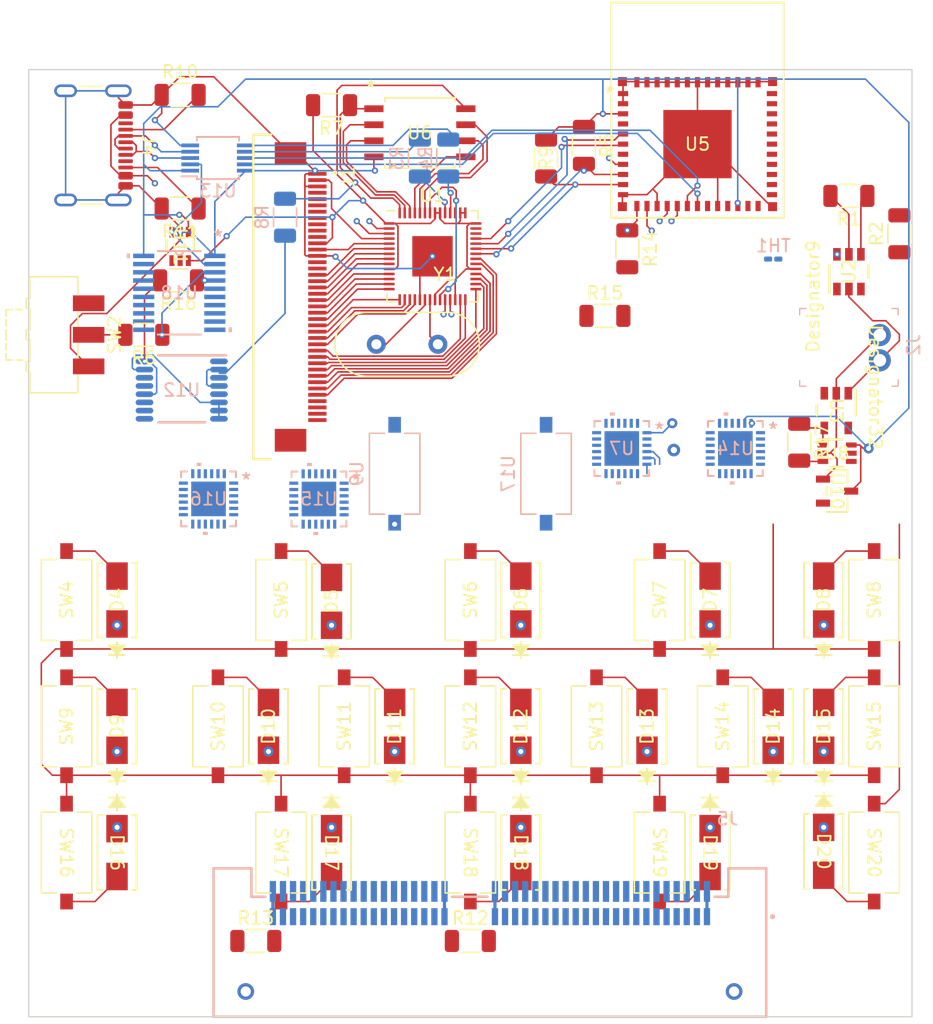
<source format=kicad_pcb>
(kicad_pcb (version 20221018) (generator pcbnew)
  (layers (0 "F.Cu" signal) (31 "B.Cu" signal) (34 "B.Paste" user) (35 "F.Paste" user) (36 "B.SilkS" user "B.Silkscreen") (37 "F.SilkS" user "F.Silkscreen") (38 "B.Mask" user) (39 "F.Mask" user) (44 "Edge.Cuts" user))
  (net 0 "")
  (net 1 "GND")
  (net 2 "Net-(U2-OUT)")
  (net 3 "/RP2040_UART0_TX")
  (net 4 "/RP2040_UART0_RX")
  (net 5 "/DISP_CONN/LEDA")
  (net 6 "/DISP_CONN/RESET")
  (net 7 "/DISP_CONN/DB15")
  (net 8 "/DISP_CONN/DB14")
  (net 9 "/DISP_CONN/DB13")
  (net 10 "/DISP_CONN/DB12")
  (net 11 "/DISP_CONN/DB11")
  (net 12 "/DISP_CONN/DB10")
  (net 13 "/DISP_CONN/DB9")
  (net 14 "/DISP_CONN/DB8")
  (net 15 "/DISP_CONN/DB7")
  (net 16 "/DISP_CONN/DB6")
  (net 17 "/DISP_CONN/DB5")
  (net 18 "/DISP_CONN/DB4")
  (net 19 "Net-(U1-XIN)")
  (net 20 "Net-(U1-XOUT)")
  (net 21 "Net-(U1-VREG_VOUT)")
  (net 22 "/RP2040_SWCLK")
  (net 23 "/RP2040_SWD")
  (net 24 "/DISP_CONN/DB3")
  (net 25 "/DISP_CONN/DB2")
  (net 26 "/DISP_CONN/DB1")
  (net 27 "/DISP_CONN/DB0")
  (net 28 "/DISP_CONN/RD")
  (net 29 "/DISP_CONN/WR")
  (net 30 "/DISP_CONN/RS (D{slash}C)")
  (net 31 "/DISP_CONN/CS")
  (net 32 "/RP2040_CHIP_EN_OUT")
  (net 34 "Net-(U1-USB_DM)")
  (net 35 "Net-(U1-USB_DP)")
  (net 36 "Net-(U1-QSPI_SD3)")
  (net 37 "Net-(U1-QSPI_SCLK)")
  (net 38 "Net-(U1-QSPI_SD0)")
  (net 39 "Net-(U1-QSPI_SD2)")
  (net 40 "Net-(U1-QSPI_SD1)")
  (net 41 "Net-(U1-QSPI_SS)")
  (net 42 "Net-(U2-TS)")
  (net 43 "Net-(D1-K)")
  (net 44 "Net-(U2-ISET)")
  (net 45 "VBUS")
  (net 48 "/RUN_MODE")
  (net 49 "/FLASH_LATCH")
  (net 50 "/LATCH_PULSE")
  (net 51 "+3.3V")
  (net 54 "/CHIP_EN")
  (net 55 "/64_GPIO_I2C/SDA")
  (net 56 "/64_GPIO_I2C/SCL")
  (net 57 "/64_GPIO_I2C/~{INT}")
  (net 58 "/64_GPIO_I2C/~{RESET}")
  (net 59 "/ESP32/D-")
  (net 60 "/ESP32/D+")
  (net 61 "/ESP32/IO_14")
  (net 63 "/ESP32/IO_18")
  (net 64 "/ESP32/IO_19")
  (net 65 "/ESP32/IO_20")
  (net 66 "/ESP32/IO_21")
  (net 67 "/ESP32/IO_22")
  (net 68 "/ESP32/IO_23")
  (net 73 "/KPA0")
  (net 74 "/KPA1")
  (net 75 "/KPA2")
  (net 76 "/KPA3")
  (net 77 "/KPA4")
  (net 78 "/KPA5")
  (net 79 "/KPA6")
  (net 80 "/KPA7")
  (net 81 "/KPA8")
  (net 82 "/KPA9")
  (net 83 "/KPA10")
  (net 84 "/KPA11")
  (net 85 "/KPA12")
  (net 86 "/KPA13")
  (net 87 "/KPA14")
  (net 88 "/KPA15")
  (net 93 "Net-(U12-B0)")
  (net 94 "/RP2040_BOOTPIN")
  (net 96 "/MODE_MUX/D+")
  (net 97 "/MODE_MUX/D-")
  (net 98 "/MODE_MUX/D- Y")
  (net 99 "/MODE_MUX/D+ Y")
  (net 100 "/KPB0")
  (net 101 "/KPB1")
  (net 102 "/KPB2")
  (net 103 "/KPB3")
  (net 104 "/KPB4")
  (net 105 "/KPB5")
  (net 106 "/KPB6")
  (net 107 "/KPB7")
  (net 108 "/KPB8")
  (net 109 "/KPB9")
  (net 110 "/KPB10")
  (net 111 "/KPB11")
  (net 112 "/KPB12")
  (net 113 "/KPB13")
  (net 114 "/KPB14")
  (net 115 "/KPB15")
  (net 117 "/GPIO0")
  (net 118 "/GPIO1")
  (net 119 "/GPIO2")
  (net 120 "/GPIO3")
  (net 121 "/GPIO4")
  (net 122 "/GPIO5")
  (net 123 "/GPIO6")
  (net 124 "/GPIO7")
  (net 125 "/GPIO8")
  (net 126 "/GPIO9")
  (net 127 "/GPIO10")
  (net 128 "/GPIO11")
  (net 129 "/GPIO12")
  (net 130 "/GPIO13")
  (net 131 "/GPIO14")
  (net 132 "/GPIO15")
  (net 134 "/GPIO16")
  (net 135 "/GPIO17")
  (net 136 "/GPIO18")
  (net 137 "/GPIO19")
  (net 138 "/GPIO20")
  (net 139 "/GPIO21")
  (net 140 "/GPIO22")
  (net 141 "/GPIO23")
  (net 142 "/GPIO24")
  (net 143 "/GPIO25")
  (net 144 "/GPIO26")
  (net 145 "/GPIO27")
  (net 146 "/GPIO28")
  (net 147 "/GPIO29")
  (net 148 "/GPIO30")
  (net 149 "/GPIO31")
  (net 151 "Net-(J4-CC1)")
  (net 153 "Net-(J4-CC2)")
  (net 155 "Net-(D1-A)")
  (net 156 "/PWR_RP2040")
  (net 171 "/MODE_PIN")
  (net 172 "/FLASH_PIN")
  (net 173 "/ESP32_UART0_RX")
  (net 174 "/ESP32_UART0_TX")
  (net 175 "/GLOBAL_RESET_PIN")
  (net 178 "VCC")
  (net 179 "Net-(SW2-B)")
  (net 180 "Net-(D4-A)")
  (net 181 "Net-(D5-A)")
  (net 182 "Net-(D6-A)")
  (net 183 "Net-(D7-A)")
  (net 184 "Net-(D8-A)")
  (net 185 "Net-(D9-A)")
  (net 186 "Net-(D10-A)")
  (net 187 "Net-(D11-A)")
  (net 188 "Net-(D12-A)")
  (net 189 "Net-(D13-A)")
  (net 190 "Net-(D14-A)")
  (net 191 "Net-(D15-A)")
  (net 192 "Net-(D16-A)")
  (net 193 "Net-(D17-A)")
  (net 194 "Net-(D18-A)")
  (net 195 "Net-(D19-A)")
  (net 196 "Net-(D20-A)")
  (net 197 "/ESP32/LP_UART_RXD")
  (net 198 "/ESP32/LP_UART_TXD")
  (net 199 "/ESP32/LP_UART_RTSN")
  (net 200 "/ESP32/LP_UART_CTSN")
  (footprint "footprints:SMA_SDS" (layer "F.Cu") (at 27 82 -90)
    (fp_text reference "D16")
    (fp_text value "D_Small")
  )
  (footprint "Button_Switch_SMD:SW_Tactile_SPST_NO_Straight_CK_PTS636Sx25SMTRLFS" (layer "F.Cu") (at 70 62 90)
    (fp_text reference "SW7")
    (fp_text value "KP_HOME")
  )
  (footprint "footprints:DBV0005A_N" (layer "F.Cu") (at 84 47 -90)
    (fp_text reference "U3")
    (fp_text value "TPS613221ADBVR")
  )
  (footprint "Resistor_SMD:R_1206_3216Metric" (layer "F.Cu") (at 29.125 41 180)
    (fp_text reference "R6")
    (fp_text value "10k")
  )
  (footprint "Resistor_SMD:R_1206_3216Metric" (layer "F.Cu") (at 81.0625 49.5 -90)
    (fp_text reference "R17")
    (fp_text value "10k")
  )
  (footprint "Button_Switch_SMD:SW_Tactile_SPST_NO_Straight_CK_PTS636Sx25SMTRLFS" (layer "F.Cu") (at 23 62 90)
    (fp_text reference "SW4")
    (fp_text value "KP_CTRL")
  )
  (footprint "Button_Switch_SMD:SW_Tactile_SPST_NO_Straight_CK_PTS636Sx25SMTRLFS" (layer "F.Cu") (at 35 72 90)
    (fp_text reference "SW10")
    (fp_text value "KP_MODLOCK")
  )
  (footprint "Button_Switch_SMD:SW_Tactile_SPST_NO_Straight_CK_PTS636Sx25SMTRLFS" (layer "F.Cu") (at 55 72 90)
    (fp_text reference "SW12")
    (fp_text value "KP_OK")
  )
  (footprint "Resistor_SMD:R_1206_3216Metric" (layer "F.Cu") (at 85 30 180)
    (fp_text reference "R1")
    (fp_text value "1K")
  )
  (footprint "Button_Switch_SMD:SW_Tactile_SPST_NO_Straight_CK_PTS636Sx25SMTRLFS" (layer "F.Cu") (at 87 72 90)
    (fp_text reference "SW15")
    (fp_text value "KP_FUNCS")
  )
  (footprint "Button_Switch_SMD:SW_Tactile_SPST_NO_Straight_CK_PTS636Sx25SMTRLFS" (layer "F.Cu") (at 55 62 90)
    (fp_text reference "SW6")
    (fp_text value "KP_UP")
  )
  (footprint "Button_Switch_SMD:SW_Tactile_SPST_NO_Straight_CK_PTS636Sx25SMTRLFS" (layer "F.Cu") (at 55 82 -90)
    (fp_text reference "SW18")
    (fp_text value "KP_DOWN")
  )
  (footprint "Button_Switch_SMD:SW_SPDT_CK-JS102011SAQN" (layer "F.Cu") (at 22 41 -90)
    (fp_text reference "SW2")
    (fp_text value "MODE_SWITCH")
  )
  (footprint "footprints:SMA_SDS" (layer "F.Cu") (at 59 72 90)
    (fp_text reference "D12")
    (fp_text value "D_Small")
  )
  (footprint "footprints:SMA_SDS" (layer "F.Cu") (at 79 72 90)
    (fp_text reference "D14")
    (fp_text value "D_Small")
  )
  (footprint "Button_Switch_SMD:SW_Tactile_SPST_NO_Straight_CK_PTS636Sx25SMTRLFS" (layer "F.Cu") (at 87 62 90)
    (fp_text reference "SW8")
    (fp_text value "KP_PROG")
  )
  (footprint "footprints:DCK0006A_N" (layer "F.Cu") (at 32 34 -90)
    (fp_text reference "U11")
    (fp_text value "TPS22919DCKR")
  )
  (footprint "Resistor_SMD:R_1206_3216Metric" (layer "F.Cu") (at 38 89)
    (fp_text reference "R13")
    (fp_text value "2k")
  )
  (footprint "footprints:SOT-23_M3_MCH" (layer "F.Cu") (at 84.0625 53.375 -90)
    (fp_text reference "U10")
    (fp_text value "~")
  )
  (footprint "Resistor_SMD:R_1206_3216Metric" (layer "F.Cu") (at 64 26 -90)
    (fp_text reference "R5")
    (fp_text value "10k")
  )
  (footprint "footprints:SMA_SDS" (layer "F.Cu") (at 59 82 -90)
    (fp_text reference "D18")
    (fp_text value "D_Small")
  )
  (footprint "Button_Switch_SMD:SW_Tactile_SPST_NO_Straight_CK_PTS636Sx25SMTRLFS" (layer "F.Cu") (at 45 72 90)
    (fp_text reference "SW11")
    (fp_text value "KP_LEFT")
  )
  (footprint "footprints:SMA_SDS" (layer "F.Cu") (at 27 72 90)
    (fp_text reference "D9")
    (fp_text value "D_Small")
  )
  (footprint "Button_Switch_SMD:SW_Tactile_SPST_NO_Straight_CK_PTS636Sx25SMTRLFS" (layer "F.Cu") (at 23 82 -90)
    (fp_text reference "SW16")
    (fp_text value "KP_MENU")
  )
  (footprint "footprints:SMA_SDS" (layer "F.Cu") (at 39 72 90)
    (fp_text reference "D10")
    (fp_text value "D_Small")
  )
  (footprint "footprints:SMA_SDS" (layer "F.Cu") (at 69 72 90)
    (fp_text reference "D13")
    (fp_text value "D_Small")
  )
  (footprint "Resistor_SMD:R_1206_3216Metric" (layer "F.Cu") (at 65.6625 39.5)
    (fp_text reference "R15")
    (fp_text value "2k")
  )
  (footprint "footprints:DBV0006A_N" (layer "F.Cu") (at 85 36 90)
    (fp_text reference "U2")
    (fp_text value "BQ21040DBVR")
  )
  (footprint "footprints:SMA_SDS" (layer "F.Cu") (at 74 82 -90)
    (fp_text reference "D19")
    (fp_text value "D_Small")
  )
  (footprint "Package_DFN_QFN:QFN-56-1EP_7x7mm_P0.4mm_EP3.2x3.2mm" (layer "F.Cu") (at 52 34.78125)
    (fp_text reference "U1")
    (fp_text value "RP2040")
  )
  (footprint "footprints:SOIC-8_5P28X5P28_WIN" (layer "F.Cu") (at 51 25)
    (fp_text reference "U6")
    (fp_text value "W25Q32JVSSIQ")
  )
  (footprint "Button_Switch_SMD:SW_Tactile_SPST_NO_Straight_CK_PTS636Sx25SMTRLFS" (layer "F.Cu") (at 87 82 -90)
    (fp_text reference "SW20")
    (fp_text value "KP_LINK")
  )
  (footprint "footprints:SMA_SDS" (layer "F.Cu") (at 44 62.1049 90)
    (fp_text reference "D5")
    (fp_text value "D_Small")
  )
  (footprint "footprints:ESP32-C6_EXP" (layer "F.Cu") (at 73 23.210928)
    (fp_text reference "U5")
    (fp_text value "ESP32-C6-MINI-1-H4")
  )
  (footprint "footprints:DCK0006A_N" (layer "F.Cu") (at 84.0625 50.375)
    (fp_text reference "U8")
    (fp_text value "TPS22919DCKR")
  )
  (footprint "Resistor_SMD:R_1206_3216Metric" (layer "F.Cu") (at 89 33 90)
    (fp_text reference "R2")
    (fp_text value "1.5k")
  )
  (footprint "footprints:SMA_SDS" (layer "F.Cu") (at 59 62 90)
    (fp_text reference "D6")
    (fp_text value "D_Small")
  )
  (footprint "Button_Switch_SMD:SW_Tactile_SPST_NO_Straight_CK_PTS636Sx25SMTRLFS" (layer "F.Cu") (at 65 72 90)
    (fp_text reference "SW13")
    (fp_text value "KP_RIGHT")
  )
  (footprint "Button_Switch_SMD:SW_Tactile_SPST_NO_Straight_CK_PTS636Sx25SMTRLFS" (layer "F.Cu") (at 70 82 -90)
    (fp_text reference "SW19")
    (fp_text value "KP_TASKS")
  )
  (footprint "Resistor_SMD:R_1206_3216Metric" (layer "F.Cu") (at 32 31 180)
    (fp_text reference "R11")
    (fp_text value "5.1k")
  )
  (footprint "footprints:SMA_SDS" (layer "F.Cu") (at 74 62 90)
    (fp_text reference "D7")
    (fp_text value "D_Small")
  )
  (footprint "Resistor_SMD:R_1206_3216Metric" (layer "F.Cu") (at 55 89)
    (fp_text reference "R12")
    (fp_text value "2k")
  )
  (footprint "Resistor_SMD:R_1206_3216Metric" (layer "F.Cu") (at 31.875 36.6875 180)
    (fp_text reference "R16")
    (fp_text value "10k")
  )
  (footprint "footprints:GCT_FFC2B21-40-T_REVA" (layer "F.Cu") (at 42.875 38 -90)
    (fp_text reference "J1")
    (fp_text value "FFC2B21-40-T_REVA")
  )
  (footprint "footprints:SMA_SDS" (layer "F.Cu") (at 27 62 90)
    (fp_text reference "D4")
    (fp_text value "D_Small")
  )
  (footprint "Crystal:Crystal_HC49-4H_Vertical" (layer "F.Cu") (at 47.55 41.75)
    (fp_text reference "Y1")
    (fp_text value "12MHz")
  )
  (footprint "footprints:SMA_SDS" (layer "F.Cu") (at 49 72 90)
    (fp_text reference "D11")
    (fp_text value "D_Small")
  )
  (footprint "Resistor_SMD:R_1206_3216Metric" (layer "F.Cu") (at 67.4375 34.1875 -90)
    (fp_text reference "R14")
    (fp_text value "2k")
  )
  (footprint "Resistor_SMD:R_1206_3216Metric" (layer "F.Cu") (at 44 22.8125 180)
    (fp_text reference "R7")
    (fp_text value "10k")
  )
  (footprint "footprints:SMA_SDS" (layer "F.Cu") (at 83 72 90)
    (fp_text reference "D15")
    (fp_text value "D_Small")
  )
  (footprint "footprints:SMA_SDS" (layer "F.Cu") (at 83 81.8951 -90)
    (fp_text reference "D20")
    (fp_text value "D_Small")
  )
  (footprint "Resistor_SMD:R_1206_3216Metric" (layer "F.Cu") (at 32 22)
    (fp_text reference "R10")
    (fp_text value "5.1k")
  )
  (footprint "footprints:SMA_SDS" (layer "F.Cu") (at 83 62 90)
    (fp_text reference "D8")
    (fp_text value "D_Small" hide)
  )
  (footprint "Button_Switch_SMD:SW_Tactile_SPST_NO_Straight_CK_PTS636Sx25SMTRLFS" (layer "F.Cu") (at 40 82 -90)
    (fp_text reference "SW17")
    (fp_text value "KP_BACK")
  )
  (footprint "Button_Switch_SMD:SW_Tactile_SPST_NO_Straight_CK_PTS636Sx25SMTRLFS" (layer "F.Cu") (at 23 72 90)
    (fp_text reference "SW9")
    (fp_text value "KP_ALT")
  )
  (footprint "Button_Switch_SMD:SW_Tactile_SPST_NO_Straight_CK_PTS636Sx25SMTRLFS" (layer "F.Cu") (at 40 62 90)
    (fp_text reference "SW5")
    (fp_text value "KP_SHIFT")
  )
  (footprint "Resistor_SMD:R_1206_3216Metric" (layer "F.Cu") (at 61 27 -90)
    (fp_text reference "R9")
    (fp_text value "10k")
  )
  (footprint "footprints:SMA_SDS" (layer "F.Cu") (at 44 82 -90)
    (fp_text reference "D17")
    (fp_text value "D_Small")
  )
  (footprint "Connector_USB:USB_C_Receptacle_GCT_USB4105-xx-A_16P_TopMnt_Horizontal" (layer "F.Cu") (at 24 26 -90)
    (fp_text reference "J4")
    (fp_text value "USB4105-GF-A")
  )
  (footprint "Button_Switch_SMD:SW_Tactile_SPST_NO_Straight_CK_PTS636Sx25SMTRLFS" (layer "F.Cu") (at 75 72 90)
    (fp_text reference "SW14")
    (fp_text value "KP_HELP")
  )
  (footprint "footprints:PW0016A_N" (layer "B.Cu") (at 32.125 45.375 180)
    (fp_text reference "U12")
    (fp_text value "CD4053B")
  )
  (footprint "footprints:PW20" (layer "B.Cu") (at 31.9306 37.675 180)
    (fp_text reference "U18")
    (fp_text value "SN74HCT373PWR")
  )
  (footprint "Resistor_SMD:R_1206_3216Metric" (layer "B.Cu") (at 40.3125 31.6875 -90)
    (fp_text reference "R8")
    (fp_text value "1k")
  )
  (footprint "footprints:TQFN44-24_KIN" (layer "B.Cu") (at 34.249811 53.9939 180)
    (fp_text reference "U16")
    (fp_text value "KTS1622EUAA-TR")
  )
  (footprint "Resistor_SMD:R_0201_0603Metric_Pad0.64x0.40mm_HandSolder" (layer "B.Cu") (at 79 35 180)
    (fp_text reference "TH1")
    (fp_text value "battery thermistor")
  )
  (footprint "Resistor_SMD:R_1206_3216Metric" (layer "B.Cu") (at 53.25 27 -90)
    (fp_text reference "R4")
    (fp_text value "27")
  )
  (footprint "Button_Switch_SMD:SW_Tactile_SPST_NO_Straight_CK_PTS636Sx25SMTRLFS" (layer "B.Cu") (at 49 52 -90)
    (fp_text reference "U9")
    (fp_text value "FLASH_BTN")
  )
  (footprint "footprints:TQFN44-24_KIN" (layer "B.Cu") (at 76 50 180)
    (fp_text reference "U14")
    (fp_text value "KTS1622EUAA-TR")
  )
  (footprint "footprints:TQFN44-24_KIN" (layer "B.Cu") (at 67 50 180)
    (fp_text reference "U7")
    (fp_text value "KTS1622EUAA-TR")
  )
  (footprint "HSEC8_140_01_L_RA_TR:SAMTEC_HSEC8-140-01-L-RA-TR" (layer "B.Cu") (at 56.55 86 180)
    (fp_text reference "J5")
    (fp_text value "HSEC8-140-01-L-RA-TR")
  )
  (footprint "footprints:TQFN44-24_KIN" (layer "B.Cu") (at 43 54 180)
    (fp_text reference "U15")
    (fp_text value "KTS1622EUAA-TR")
  )
  (footprint "digikey-footprints:PinHeader_1x2_P2mm_Drill1mm_RA" (layer "B.Cu") (at 87.45 43.02 90)
    (fp_text reference "J2")
    (fp_text value "battery")
  )
  (footprint "Package_SO:MSOP-10_3x3mm_P0.5mm" (layer "B.Cu") (at 35 27)
    (fp_text reference "U13")
    (fp_text value "FSUSB42MUX")
  )
  (footprint "Resistor_SMD:R_1206_3216Metric" (layer "B.Cu") (at 51 27 -90)
    (fp_text reference "R3")
    (fp_text value "27")
  )
  (footprint "Button_Switch_SMD:SW_Tactile_SPST_NO_Straight_CK_PTS636Sx25SMTRLFS" (layer "B.Cu") (at 61 52 -90)
    (fp_text reference "U17")
    (fp_text value "RESET_BTN")
  )
  (gr_rect (start 20 20) (end 90 95) (stroke (width 0.1)) (fill none) (layer "Edge.Cuts"))
  (via (at 71.125 50.125) (size 1) (drill 0.5) (layers "F.Cu" "B.Cu") (net 0))
  (segment (start 67.049212 30.850806) (end 67.049212 29.951291) (width 0.125) (layer "F.Cu") (net 1))
  (segment (start 73.900001 25.900001) (end 73 25.900001) (width 0.125) (layer "F.Cu") (net 1))
  (segment (start 74.6002 21) (end 75.4003 21) (width 0.125) (layer "F.Cu") (net 1))
  (segment (start 24.75 43.5) (end 23.3125 42.0625) (width 0.125) (layer "F.Cu") (net 1))
  (segment (start 40.75 26.65) (end 41.275 26.65) (width 0.125) (layer "F.Cu") (net 1))
  (segment (start 67.049212 20.9492) (end 68.1486 20.9492) (width 0.125) (layer "F.Cu") (net 1))
  (segment (start 30.5375 31) (end 30.5375 31) (width 0.125) (layer "F.Cu") (net 1))
  (segment (start 68.1486 20.9492) (end 68.1994 21) (width 0.125) (layer "F.Cu") (net 1))
  (segment (start 41.975 28.25) (end 41.8875 28.3375) (width 0.125) (layer "F.Cu") (net 1))
  (segment (start 27.105 29.775) (end 27.105 30.32) (width 0.125) (layer "F.Cu") (net 1))
  (segment (start 82.937501 50.375) (end 83.487501 50.375) (width 0.125) (layer "F.Cu") (net 1))
  (segment (start 47.3551 26.905) (end 47.3551 27.9176) (width 0.125) (layer "F.Cu") (net 1))
  (segment (start 41.8875 34.6625) (end 41.975 34.75) (width 0.125) (layer "F.Cu") (net 1))
  (segment (start 27.68 29.2) (end 27.105 29.775) (width 0.125) (layer "F.Cu") (net 1))
  (segment (start 78.950788 20.9492) (end 77.8514 20.9492) (width 0.125) (layer "F.Cu") (net 1))
  (segment (start 27.68 22.8) (end 27.105 22.225) (width 0.125) (layer "F.Cu") (net 1))
  (segment (start 83.487501 50.375) (end 84 49.862501) (width 0.125) (layer "F.Cu") (net 1))
  (segment (start 27.105 22.225) (end 27.105 21.68) (width 0.125) (layer "F.Cu") (net 1))
  (segment (start 67.049212 29.951291) (end 67.100002 29.900501) (width 0.125) (layer "F.Cu") (net 1))
  (segment (start 51 38.21875) (end 51 35.78125) (width 0.125) (layer "F.Cu") (net 1))
  (segment (start 41.8875 28.3375) (end 41.8875 29) (width 0.125) (layer "F.Cu") (net 1))
  (segment (start 73 25.900001) (end 73 21) (width 0.125) (layer "F.Cu") (net 1))
  (segment (start 42.875 34.75) (end 44.25 34.75) (width 0.125) (layer "F.Cu") (net 1))
  (segment (start 28.7375 29.2) (end 30.5375 31) (width 0.125) (layer "F.Cu") (net 1))
  (segment (start 73.8001 21) (end 74.6002 21) (width 0.125) (layer "F.Cu") (net 1))
  (segment (start 69.7996 29.7996) (end 69.450001 29.450001) (width 0.125) (layer "F.Cu") (net 1))
  (segment (start 23.3125 40.25) (end 24.25 39.3125) (width 0.125) (layer "F.Cu") (net 1))
  (segment (start 77.8514 20.9492) (end 77.8006 21) (width 0.125) (layer "F.Cu") (net 1))
  (segment (start 82.9449 52.424999) (end 83.012501 52.424999) (width 0.125) (layer "F.Cu") (net 1))
  (segment (start 42.875 29.25) (end 41.975 29.25) (width 0.125) (layer "F.Cu") (net 1))
  (segment (start 44.25 34.75) (end 44.3125 34.8125) (width 0.125) (layer "F.Cu") (net 1))
  (segment (start 67.100002 20.99999) (end 67.049212 20.9492) (width 0.125) (layer "F.Cu") (net 1))
  (segment (start 27.68 22.8) (end 29.7375 22.8) (width 0.125) (layer "F.Cu") (net 1))
  (segment (start 30.5375 22) (end 30.5375 23.4625) (width 0.125) (layer "F.Cu") (net 1))
  (segment (start 40.75 26.65) (end 34.6625 20.5625) (width 0.125) (layer "F.Cu") (net 1))
  (segment (start 69.450001 29.450001) (end 73 25.900001) (width 0.125) (layer "F.Cu") (net 1))
  (segment (start 78.850806 30.850806) (end 73.900001 25.900001) (width 0.125) (layer "F.Cu") (net 1))
  (segment (start 24.25 39.3125) (end 26.1875 39.3125) (width 0.125) (layer "F.Cu") (net 1))
  (segment (start 34.6625 20.5625) (end 31.975 20.5625) (width 0.125) (layer "F.Cu") (net 1))
  (segment (start 41.8875 29) (end 41.8875 34.6625) (width 0.125) (layer "F.Cu") (net 1))
  (segment (start 85 31.4625) (end 85 34.625001) (width 0.125) (layer "F.Cu") (net 1))
  (segment (start 67.100002 22.699601) (end 67.100002 21.899501) (width 0.125) (layer "F.Cu") (net 1))
  (segment (start 42.875 28.25) (end 41.975 28.25) (width 0.125) (layer "F.Cu") (net 1))
  (segment (start 84 44.47) (end 87.45 41.02) (width 0.125) (layer "F.Cu") (net 1))
  (segment (start 77.8006 21) (end 77.0005 21) (width 0.125) (layer "F.Cu") (net 1))
  (segment (start 84.0625 50.824999) (end 83.612501 50.375) (width 0.125) (layer "F.Cu") (net 1))
  (segment (start 84 49.862501) (end 84 45.624999) (width 0.125) (layer "F.Cu") (net 1))
  (segment (start 41.8875 29.1625) (end 41.8875 29) (width 0.125) (layer "F.Cu") (net 1))
  (segment (start 32 32.875001) (end 32 32.4625) (width 0.125) (layer "F.Cu") (net 1))
  (segment (start 84 45.624999) (end 84 44.47) (width 0.125) (layer "F.Cu") (net 1))
  (segment (start 68.1994 21) (end 68.9995 21) (width 0.125) (layer "F.Cu") (net 1))
  (segment (start 72.1999 21) (end 73 21) (width 0.125) (layer "F.Cu") (net 1))
  (segment (start 83.612501 50.375) (end 82.937501 50.375) (width 0.125) (layer "F.Cu") (net 1))
  (segment (start 70.5997 21) (end 71.3998 21) (width 0.125) (layer "F.Cu") (net 1))
  (segment (start 67.100002 29.900501) (end 68.9995 29.900501) (width 0.125) (layer "F.Cu") (net 1))
  (segment (start 71.3998 21) (end 72.1999 21) (width 0.125) (layer "F.Cu") (net 1))
  (segment (start 27.68 29.2) (end 28.7375 29.2) (width 0.125) (layer "F.Cu") (net 1))
  (segment (start 76.2004 21) (end 75.4003 21) (width 0.125) (layer "F.Cu") (net 1))
  (segment (start 83.012501 52.424999) (end 84.0625 51.375) (width 0.125) (layer "F.Cu") (net 1))
  (segment (start 51 35.78125) (end 52 34.78125) (width 0.125) (layer "F.Cu") (net 1))
  (segment (start 26.1875 39.3125) (end 32 33.5) (width 0.125) (layer "F.Cu") (net 1))
  (segment (start 78.950788 30.850806) (end 78.850806 30.850806) (width 0.125) (layer "F.Cu") (net 1))
  (segment (start 41.975 29.25) (end 41.8875 29.1625) (width 0.125) (layer "F.Cu") (net 1))
  (segment (start 47.3551 27.9176) (end 47.4375 28) (width 0.125) (layer "F.Cu") (net 1))
  (segment (start 68.9995 21) (end 69.7996 21) (width 0.125) (layer "F.Cu") (net 1))
  (segment (start 84.0625 51.375) (end 84.0625 50.824999) (width 0.125) (layer "F.Cu") (net 1))
  (segment (start 29.7375 22.8) (end 30.5375 22) (width 0.125) (layer "F.Cu") (net 1))
  (segment (start 74.6002 27.500201) (end 73 25.900001) (width 0.125) (layer "F.Cu") (net 1))
  (segment (start 41.275 26.65) (end 42.875 28.25) (width 0.125) (layer "F.Cu") (net 1))
  (segment (start 30.5375 23.4625) (end 30 24) (width 0.125) (layer "F.Cu") (net 1))
  (segment (start 32 33.5) (end 32 32.875001) (width 0.125) (layer "F.Cu") (net 1))
  (segment (start 69.7996 30.800001) (end 69.7996 29.7996) (width 0.125) (layer "F.Cu") (net 1))
  (segment (start 67.100002 21.899501) (end 67.100002 20.99999) (width 0.125) (layer "F.Cu") (net 1))
  (segment (start 41.975 34.75) (end 42.875 34.75) (width 0.125) (layer "F.Cu") (net 1))
  (segment (start 74.6002 30.800001) (end 74.6002 27.500201) (width 0.125) (layer "F.Cu") (net 1))
  (segment (start 68.9995 29.900501) (end 69.450001 29.450001) (width 0.125) (layer "F.Cu") (net 1))
  (segment (start 32 32.4625) (end 30.5375 31) (width 0.125) (layer "F.Cu") (net 1))
  (segment (start 23.3125 42.0625) (end 23.3125 40.25) (width 0.125) (layer "F.Cu") (net 1))
  (segment (start 77.0005 21) (end 76.2004 21) (width 0.125) (layer "F.Cu") (net 1))
  (segment (start 31.975 20.5625) (end 30.5375 22) (width 0.125) (layer "F.Cu") (net 1))
  (segment (start 73 21) (end 73.8001 21) (width 0.125) (layer "F.Cu") (net 1))
  (segment (start 83.5375 30) (end 85 31.4625) (width 0.125) (layer "F.Cu") (net 1))
  (segment (start 69.7996 21) (end 70.5997 21) (width 0.125) (layer "F.Cu") (net 1))
  (via (at 47.4375 28) (size 0.5) (drill 0.25) (layers "F.Cu" "B.Cu") (net 1))
  (via (at 52 34.78125) (size 0.5) (drill 0.25) (layers "F.Cu" "B.Cu") (net 1))
  (via (at 32 32.875001) (size 0.5) (drill 0.25) (layers "F.Cu" "B.Cu") (net 1))
  (via (at 42.6875 28) (size 0.5) (drill 0.25) (layers "F.Cu" "B.Cu") (net 1))
  (via (at 30 24) (size 0.5) (drill 0.25) (layers "F.Cu" "B.Cu") (net 1))
  (via (at 44.3125 34.8125) (size 0.5) (drill 0.25) (layers "F.Cu" "B.Cu") (net 1))
  (segment (start 42.6875 28) (end 37.2 28) (width 0.125) (layer "B.Cu") (net 1))
  (segment (start 28.498069 42.612501) (end 28.212498 42.898072) (width 0.125) (layer "B.Cu") (net 1))
  (segment (start 35.074999 46.350002) (end 35.074999 47.000001) (width 0.125) (layer "B.Cu") (net 1))
  (segment (start 51.03125 35.75) (end 45.25 35.75) (width 0.125) (layer "B.Cu") (net 1))
  (segment (start 52 34.78125) (end 51.03125 35.75) (width 0.125) (layer "B.Cu") (net 1))
  (segment (start 35.074999 47.650002) (end 35.074999 47.000001) (width 0.125) (layer "B.Cu") (net 1))
  (segment (start 34.75 34.75) (end 34.75 30.45) (width 0.125) (layer "B.Cu") (net 1))
  (segment (start 22.925 30.32) (end 22.925 21.68) (width 0.125) (layer "B.Cu") (net 1))
  (segment (start 45.25 35.75) (end 44.3125 34.8125) (width 0.125) (layer "B.Cu") (net 1))
  (segment (start 28.212498 42.898072) (end 28.212498 43.612502) (width 0.125) (layer "B.Cu") (net 1))
  (segment (start 32.875001 32.875001) (end 32 32.875001) (width 0.125) (layer "B.Cu") (net 1))
  (segment (start 52.95 85.075) (end 52.95 87.075) (width 0.25) (layer "B.Cu") (net 1))
  (segment (start 34.75 30.45) (end 37.2 28) (width 0.125) (layer "B.Cu") (net 1))
  (segment (start 34.75 34.75) (end 32.875001 32.875001) (width 0.125) (layer "B.Cu") (net 1))
  (segment (start 22.925 21.68) (end 27.105 21.68) (width 0.125) (layer "B.Cu") (net 1))
  (segment (start 33.589428 46.350002) (end 29.851927 42.612501) (width 0.125) (layer "B.Cu") (net 1))
  (segment (start 73.75 85.075) (end 73.75 87.075) (width 0.25) (layer "B.Cu") (net 1))
  (segment (start 32 26) (end 30 24) (width 0.125) (layer "B.Cu") (net 1))
  (segment (start 47.4375 28) (end 42.6875 28) (width 0.125) (layer "B.Cu") (net 1))
  (segment (start 28.212498 43.612502) (end 28.349998 43.750002) (width 0.125) (layer "B.Cu") (net 1))
  (segment (start 28.349998 43.750002) (end 29.174998 43.750002) (width 0.125) (layer "B.Cu") (net 1))
  (segment (start 35.074999 46.350002) (end 33.589428 46.350002) (width 0.125) (layer "B.Cu") (net 1))
  (segment (start 27.105 30.32) (end 22.925 30.32) (width 0.125) (layer "B.Cu") (net 1))
  (segment (start 32.8 26) (end 32 26) (width 0.125) (layer "B.Cu") (net 1))
  (segment (start 29.851927 42.612501) (end 28.498069 42.612501) (width 0.125) (layer "B.Cu") (net 1))
  (segment (start 86.882499 39.8825) (end 87.921168 39.8825) (width 0.125) (layer "F.Cu") (net 2))
  (segment (start 89 41.47) (end 87.45 43.02) (width 0.125) (layer "F.Cu") (net 2))
  (segment (start 87.921168 39.8825) (end 89 40.961332) (width 0.125) (layer "F.Cu") (net 2))
  (segment (start 89 40.961332) (end 89 41.47) (width 0.125) (layer "F.Cu") (net 2))
  (segment (start 84.950001 45.624999) (end 84.950001 45.519999) (width 0.125) (layer "F.Cu") (net 2))
  (segment (start 84.950001 45.519999) (end 87.45 43.02) (width 0.125) (layer "F.Cu") (net 2))
  (segment (start 85 37.375001) (end 85 38.000001) (width 0.125) (layer "F.Cu") (net 2))
  (segment (start 85 38.000001) (end 86.882499 39.8825) (width 0.125) (layer "F.Cu") (net 2))
  (segment (start 47.58125 32.58125) (end 47 32) (width 0.125) (layer "F.Cu") (net 3))
  (segment (start 48.5625 32.58125) (end 47.58125 32.58125) (width 0.125) (layer "F.Cu") (net 3))
  (via (at 47 32) (size 0.5) (drill 0.25) (layers "F.Cu" "B.Cu") (net 3))
  (segment (start 48.5625 32.98125) (end 46.98125 32.98125) (width 0.125) (layer "F.Cu") (net 4))
  (segment (start 46.98125 32.98125) (end 46 32) (width 0.125) (layer "F.Cu") (net 4))
  (via (at 46 32) (size 0.5) (drill 0.25) (layers "F.Cu" "B.Cu") (net 4))
  (segment (start 42.875 28.75) (end 43.775 28.75) (width 0.125) (layer "F.Cu") (net 5))
  (segment (start 44 31) (end 46.38125 33.38125) (width 0.125) (layer "F.Cu") (net 5))
  (segment (start 46.38125 33.38125) (end 48.5625 33.38125) (width 0.125) (layer "F.Cu") (net 5))
  (segment (start 43.775 28.75) (end 44 28.975) (width 0.125) (layer "F.Cu") (net 5))
  (segment (start 44 28.975) (end 44 31) (width 0.125) (layer "F.Cu") (net 5))
  (segment (start 42.875 34.25) (end 45.31538 34.25) (width 0.125) (layer "F.Cu") (net 6))
  (segment (start 45.78413 33.78125) (end 48.5625 33.78125) (width 0.125) (layer "F.Cu") (net 6))
  (segment (start 45.31538 34.25) (end 45.78413 33.78125) (width 0.125) (layer "F.Cu") (net 6))
  (segment (start 48.5625 34.18125) (end 45.75625 34.18125) (width 0.125) (layer "F.Cu") (net 7))
  (segment (start 45.75625 34.18125) (end 43.6875 36.25) (width 0.125) (layer "F.Cu") (net 7))
  (segment (start 43.6875 36.25) (end 42.875 36.25) (width 0.125) (layer "F.Cu") (net 7))
  (segment (start 43.6875 36.75) (end 42.875 36.75) (width 0.125) (layer "F.Cu") (net 8))
  (segment (start 48.5625 34.58125) (end 45.85625 34.58125) (width 0.125) (layer "F.Cu") (net 8))
  (segment (start 45.85625 34.58125) (end 43.6875 36.75) (width 0.125) (layer "F.Cu") (net 8))
  (segment (start 43.6875 37.25) (end 42.875 37.25) (width 0.125) (layer "F.Cu") (net 9))
  (segment (start 45.95625 34.98125) (end 43.6875 37.25) (width 0.125) (layer "F.Cu") (net 9))
  (segment (start 48.5625 34.98125) (end 45.95625 34.98125) (width 0.125) (layer "F.Cu") (net 9))
  (segment (start 46.05625 35.38125) (end 43.6875 37.75) (width 0.125) (layer "F.Cu") (net 10))
  (segment (start 48.5625 35.38125) (end 46.05625 35.38125) (width 0.125) (layer "F.Cu") (net 10))
  (segment (start 43.6875 37.75) (end 42.875 37.75) (width 0.125) (layer "F.Cu") (net 10))
  (segment (start 45.75625 36.18125) (end 43.6875 38.25) (width 0.125) (layer "F.Cu") (net 11))
  (segment (start 43.6875 38.25) (end 42.875 38.25) (width 0.125) (layer "F.Cu") (net 11))
  (segment (start 48.5625 36.18125) (end 45.75625 36.18125) (width 0.125) (layer "F.Cu") (net 11))
  (segment (start 48.5625 36.58125) (end 45.85625 36.58125) (width 0.125) (layer "F.Cu") (net 12))
  (segment (start 45.85625 36.58125) (end 43.6875 38.75) (width 0.125) (layer "F.Cu") (net 12))
  (segment (start 43.6875 38.75) (end 42.875 38.75) (width 0.125) (layer "F.Cu") (net 12))
  (segment (start 43.6875 39.25) (end 42.875 39.25) (width 0.125) (layer "F.Cu") (net 13))
  (segment (start 45.95625 36.98125) (end 43.6875 39.25) (width 0.125) (layer "F.Cu") (net 13))
  (segment (start 48.5625 36.98125) (end 45.95625 36.98125) (width 0.125) (layer "F.Cu") (net 13))
  (segment (start 46.05625 37.38125) (end 43.6875 39.75) (width 0.125) (layer "F.Cu") (net 14))
  (segment (start 43.6875 39.75) (end 42.875 39.75) (width 0.125) (layer "F.Cu") (net 14))
  (segment (start 48.5625 37.38125) (end 46.05625 37.38125) (width 0.125) (layer "F.Cu") (net 14))
  (segment (start 49.4 38.21875) (end 45.71875 38.21875) (width 0.125) (layer "F.Cu") (net 15))
  (segment (start 45.71875 38.21875) (end 43.6875 40.25) (width 0.125) (layer "F.Cu") (net 15))
  (segment (start 43.6875 40.25) (end 42.875 40.25) (width 0.125) (layer "F.Cu") (net 15))
  (segment (start 49.8 38.21875) (end 49.8 38.593512) (width 0.125) (layer "F.Cu") (net 16))
  (segment (start 49.549762 38.84375) (end 45.59375 38.84375) (width 0.125) (layer "F.Cu") (net 16))
  (segment (start 45.59375 38.84375) (end 43.6875 40.75) (width 0.125) (layer "F.Cu") (net 16))
  (segment (start 43.6875 40.75) (end 42.875 40.75) (width 0.125) (layer "F.Cu") (net 16))
  (segment (start 49.8 38.593512) (end 49.549762 38.84375) (width 0.125) (layer "F.Cu") (net 16))
  (segment (start 50.2 38.21875) (end 50.2 38.593512) (width 0.125) (layer "F.Cu") (net 17))
  (segment (start 45.84375 39.09375) (end 43.6875 41.25) (width 0.125) (layer "F.Cu") (net 17))
  (segment (start 49.699762 39.09375) (end 45.84375 39.09375) (width 0.125) (layer "F.Cu") (net 17))
  (segment (start 50.2 38.593512) (end 49.699762 39.09375) (width 0.125) (layer "F.Cu") (net 17))
  (segment (start 43.6875 41.25) (end 42.875 41.25) (width 0.125) (layer "F.Cu") (net 17))
  (segment (start 46.09375 39.34375) (end 43.6875 41.75) (width 0.125) (layer "F.Cu") (net 18))
  (segment (start 49.849762 39.34375) (end 46.09375 39.34375) (width 0.125) (layer "F.Cu") (net 18))
  (segment (start 50.6 38.21875) (end 50.6 38.593512) (width 0.125) (layer "F.Cu") (net 18))
  (segment (start 43.6875 41.75) (end 42.875 41.75) (width 0.125) (layer "F.Cu") (net 18))
  (segment (start 50.6 38.593512) (end 49.849762 39.34375) (width 0.125) (layer "F.Cu") (net 18))
  (segment (start 51.4 38.65625) (end 48.30625 41.75) (width 0.125) (layer "F.Cu") (net 19))
  (segment (start 51.4 38.21875) (end 51.4 38.65625) (width 0.125) (layer "F.Cu") (net 19))
  (segment (start 48.30625 41.75) (end 47.55 41.75) (width 0.125) (layer "F.Cu") (net 19))
  (segment (start 51.8 38.21875) (end 51.8 41.12) (width 0.125) (layer "F.Cu") (net 20))
  (segment (start 51.8 41.12) (end 52.43 41.75) (width 0.125) (layer "F.Cu") (net 20))
  (segment (start 52.6 37.843988) (end 52.6 38.21875) (width 0.125) (layer "F.Cu") (net 21))
  (segment (start 53.875 30.375) (end 53.875 29.575324) (width 0.125) (layer "F.Cu") (net 21))
  (segment (start 53.875 29.575324) (end 53.618719 29.319043) (width 0.125) (layer "F.Cu") (net 21))
  (segment (start 53.875 31.26875) (end 53.8 31.34375) (width 0.125) (layer "F.Cu") (net 21))
  (segment (start 53.618719 29.319043) (end 52.74404 29.319043) (width 0.125) (layer "F.Cu") (net 21))
  (segment (start 51.8 30.263083) (end 51.8 31.34375) (width 0.125) (layer "F.Cu") (net 21))
  (segment (start 53.068988 37.375) (end 52.6 37.843988) (width 0.125) (layer "F.Cu") (net 21))
  (segment (start 52.74404 29.319043) (end 51.8 30.263083) (width 0.125) (layer "F.Cu") (net 21))
  (segment (start 53.875 30.375) (end 53.875 31.26875) (width 0.125) (layer "F.Cu") (net 21))
  (segment (start 53.25 37.375) (end 53.068988 37.375) (width 0.125) (layer "F.Cu") (net 21))
  (via (at 53.875 30.375) (size 0.5) (drill 0.25) (layers "F.Cu" "B.Cu") (net 21))
  (via (at 53.25 37.375) (size 0.5) (drill 0.25) (layers "F.Cu" "B.Cu") (net 21))
  (segment (start 53.875 36.75) (end 53.25 37.375) (width 0.125) (layer "B.Cu") (net 21))
  (segment (start 53.875 30.375) (end 53.875 36.75) (width 0.125) (layer "B.Cu") (net 21))
  (segment (start 52.875 39.375) (end 53 39.25) (width 0.125) (layer "F.Cu") (net 22))
  (segment (start 53 39.25) (end 53 38.21875) (width 0.125) (layer "F.Cu") (net 22))
  (via (at 52.875 39.375) (size 0.5) (drill 0.25) (layers "F.Cu" "B.Cu") (net 22))
  (segment (start 53.4 39.278141) (end 53.4 38.21875) (width 0.125) (layer "F.Cu") (net 23))
  (segment (start 53.5 39.378141) (end 53.4 39.278141) (width 0.125) (layer "F.Cu") (net 23))
  (via (at 53.5 39.378141) (size 0.5) (drill 0.25) (layers "F.Cu" "B.Cu") (net 23))
  (segment (start 43.6875 42.25) (end 42.875 42.25) (width 0.125) (layer "F.Cu") (net 24))
  (segment (start 54.2 41.305826) (end 52.818326 42.6875) (width 0.125) (layer "F.Cu") (net 24))
  (segment (start 44.125 42.6875) (end 43.6875 42.25) (width 0.125) (layer "F.Cu") (net 24))
  (segment (start 54.2 38.21875) (end 54.2 41.305826) (width 0.125) (layer "F.Cu") (net 24))
  (segment (start 52.818326 42.6875) (end 44.125 42.6875) (width 0.125) (layer "F.Cu") (net 24))
  (segment (start 43.6875 42.75) (end 43.875 42.9375) (width 0.125) (layer "F.Cu") (net 25))
  (segment (start 43.875 42.9375) (end 52.92188 42.9375) (width 0.125) (layer "F.Cu") (net 25))
  (segment (start 42.875 42.75) (end 43.6875 42.75) (width 0.125) (layer "F.Cu") (net 25))
  (segment (start 54.6 41.25938) (end 54.6 38.21875) (width 0.125) (layer "F.Cu") (net 25))
  (segment (start 52.92188 42.9375) (end 54.6 41.25938) (width 0.125) (layer "F.Cu") (net 25))
  (segment (start 43.75 43.1875) (end 43.6875 43.25) (width 0.125) (layer "F.Cu") (net 26))
  (segment (start 55.4375 40.775433) (end 53.025433 43.1875) (width 0.125) (layer "F.Cu") (net 26))
  (segment (start 53.025433 43.1875) (end 43.75 43.1875) (width 0.125) (layer "F.Cu") (net 26))
  (segment (start 55.4375 37.38125) (end 55.4375 40.775433) (width 0.125) (layer "F.Cu") (net 26))
  (segment (start 43.6875 43.25) (end 42.875 43.25) (width 0.125) (layer "F.Cu") (net 26))
  (segment (start 56.0625 37.231488) (end 56.0625 40.503986) (width 0.125) (layer "F.Cu") (net 27))
  (segment (start 55.812262 36.98125) (end 56.0625 37.231488) (width 0.125) (layer "F.Cu") (net 27))
  (segment (start 55.4375 36.98125) (end 55.812262 36.98125) (width 0.125) (layer "F.Cu") (net 27))
  (segment (start 56.0625 40.503986) (end 53.128986 43.4375) (width 0.125) (layer "F.Cu") (net 27))
  (segment (start 43.6875 43.75) (end 42.875 43.75) (width 0.125) (layer "F.Cu") (net 27))
  (segment (start 44 43.4375) (end 43.6875 43.75) (width 0.125) (layer "F.Cu") (net 27))
  (segment (start 53.128986 43.4375) (end 44 43.4375) (width 0.125) (layer "F.Cu") (net 27))
  (segment (start 44.25 43.6875) (end 43.6875 44.25) (width 0.125) (layer "F.Cu") (net 28))
  (segment (start 56.3125 37.081488) (end 56.3125 40.60754) (width 0.125) (layer "F.Cu") (net 28))
  (segment (start 53.232539 43.6875) (end 44.25 43.6875) (width 0.125) (layer "F.Cu") (net 28))
  (segment (start 55.812262 36.58125) (end 56.3125 37.081488) (width 0.125) (layer "F.Cu") (net 28))
  (segment (start 55.4375 36.58125) (end 55.812262 36.58125) (width 0.125) (layer "F.Cu") (net 28))
  (segment (start 43.6875 44.25) (end 42.875 44.25) (width 0.125) (layer "F.Cu") (net 28))
  (segment (start 56.3125 40.60754) (end 53.232539 43.6875) (width 0.125) (layer "F.Cu") (net 28))
  (segment (start 53.336092 43.9375) (end 44.5 43.9375) (width 0.125) (layer "F.Cu") (net 29))
  (segment (start 43.6875 44.75) (end 42.875 44.75) (width 0.125) (layer "F.Cu") (net 29))
  (segment (start 56.5625 40.711094) (end 53.336092 43.9375) (width 0.125) (layer "F.Cu") (net 29))
  (segment (start 44.5 43.9375) (end 43.6875 44.75) (width 0.125) (layer "F.Cu") (net 29))
  (segment (start 56.5625 36.931488) (end 56.5625 40.711094) (width 0.125) (layer "F.Cu") (net 29))
  (segment (start 55.812262 36.18125) (end 56.5625 36.931488) (width 0.125) (layer "F.Cu") (net 29))
  (segment (start 55.4375 36.18125) (end 55.812262 36.18125) (width 0.125) (layer "F.Cu") (net 29))
  (segment (start 53.439645 44.1875) (end 44.75 44.1875) (width 0.125) (layer "F.Cu") (net 30))
  (segment (start 44.75 44.1875) (end 43.6875 45.25) (width 0.125) (layer "F.Cu") (net 30))
  (segment (start 43.6875 45.25) (end 42.875 45.25) (width 0.125) (layer "F.Cu") (net 30))
  (segment (start 56.8125 36.31875) (end 56.8125 40.814648) (width 0.125) (layer "F.Cu") (net 30))
  (segment (start 55.875 35.38125) (end 56.8125 36.31875) (width 0.125) (layer "F.Cu") (net 30))
  (segment (start 56.8125 40.814648) (end 53.439645 44.1875) (width 0.125) (layer "F.Cu") (net 30))
  (segment (start 55.4375 35.38125) (end 55.875 35.38125) (width 0.125) (layer "F.Cu") (net 30))
  (segment (start 43.6875 45.75) (end 45 44.4375) (width 0.125) (layer "F.Cu") (net 31))
  (segment (start 45 44.4375) (end 53.543202 44.4375) (width 0.125) (layer "F.Cu") (net 31))
  (segment (start 57.0625 36.215196) (end 55.828554 34.98125) (width 0.125) (layer "F.Cu") (net 31))
  (segment (start 53.543202 44.4375) (end 57.0625 40.918202) (width 0.125) (layer "F.Cu") (net 31))
  (segment (start 42.875 45.75) (end 43.6875 45.75) (width 0.125) (layer "F.Cu") (net 31))
  (segment (start 57.0625 40.918202) (end 57.0625 36.215196) (width 0.125) (layer "F.Cu") (net 31))
  (segment (start 55.828554 34.98125) (end 55.4375 34.98125) (width 0.125) (layer "F.Cu") (net 31))
  (segment (start 53.4375 31.30625) (end 53.4 31.34375) (width 0.125) (layer "F.Cu") (net 34))
  (segment (start 53.4375 29.756543) (end 53.4375 31.30625) (width 0.125) (layer "F.Cu") (net 34))
  (via (at 53.4375 29.756543) (size 0.5) (drill 0.25) (layers "F.Cu" "B.Cu") (net 34))
  (segment (start 53.25 28.4625) (end 53.25 29.569043) (width 0.125) (layer "B.Cu") (net 34))
  (segment (start 53.25 29.569043) (end 53.4375 29.756543) (width 0.125) (layer "B.Cu") (net 34))
  (segment (start 53 31.34375) (end 53 30.518329) (width 0.125) (layer "F.Cu") (net 35))
  (segment (start 53 30.518329) (end 52.975562 30.493891) (width 0.125) (layer "F.Cu") (net 35))
  (via (at 52.975562 30.493891) (size 0.5) (drill 0.25) (layers "F.Cu" "B.Cu") (net 35))
  (segment (start 52.975562 30.493891) (end 52.975562 30.438062) (width 0.125) (layer "B.Cu") (net 35))
  (segment (start 52.975562 30.438062) (end 51 28.4625) (width 0.125) (layer "B.Cu") (net 35))
  (segment (start 51.4 29.6) (end 52.44519 28.55481) (width 0.125) (layer "F.Cu") (net 36))
  (segment (start 55.365 24.365) (end 54.6449 24.365) (width 0.125) (layer "F.Cu") (net 36))
  (segment (start 51.4 31.34375) (end 51.4 29.6) (width 0.125) (layer "F.Cu") (net 36))
  (segment (start 56.325 25.325) (end 55.365 24.365) (width 0.125) (layer "F.Cu") (net 36))
  (segment (start 55.00841 28.55481) (end 56.325 27.238219) (width 0.125) (layer "F.Cu") (net 36))
  (segment (start 56.325 27.238219) (end 56.325 25.325) (width 0.125) (layer "F.Cu") (net 36))
  (segment (start 52.44519 28.55481) (end 55.00841 28.55481) (width 0.125) (layer "F.Cu") (net 36))
  (segment (start 56 26) (end 55.635 25.635) (width 0.125) (layer "F.Cu") (net 37))
  (segment (start 51 31.34375) (end 51 29.45962) (width 0.125) (layer "F.Cu") (net 37))
  (segment (start 51 29.45962) (end 52.22981 28.22981) (width 0.125) (layer "F.Cu") (net 37))
  (segment (start 55.635 25.635) (end 54.6449 25.635) (width 0.125) (layer "F.Cu") (net 37))
  (segment (start 54.87379 28.22981) (end 56 27.1036) (width 0.125) (layer "F.Cu") (net 37))
  (segment (start 52.22981 28.22981) (end 54.87379 28.22981) (width 0.125) (layer "F.Cu") (net 37))
  (segment (start 56 27.1036) (end 56 26) (width 0.125) (layer "F.Cu") (net 37))
  (segment (start 50.6 29.4) (end 53.095 26.905) (width 0.125) (layer "F.Cu") (net 38))
  (segment (start 50.6 31.34375) (end 50.6 29.4) (width 0.125) (layer "F.Cu") (net 38))
  (segment (start 53.095 26.905) (end 54.6449 26.905) (width 0.125) (layer "F.Cu") (net 38))
  (segment (start 45.1875 27.26826) (end 45.1875 25.963325) (width 0.125) (layer "F.Cu") (net 39))
  (segment (start 50.2 30.803303) (end 49.071697 29.675) (width 0.125) (layer "F.Cu") (net 39))
  (segment (start 50.2 31.34375) (end 50.2 30.803303) (width 0.125) (layer "F.Cu") (net 39))
  (segment (start 49.071697 29.675) (end 47.59424 29.675) (width 0.125) (layer "F.Cu") (net 39))
  (segment (start 45.1875 25.963325) (end 45.515825 25.635) (width 0.125) (layer "F.Cu") (net 39))
  (segment (start 45.515825 25.635) (end 47.3551 25.635) (width 0.125) (layer "F.Cu") (net 39))
  (segment (start 47.59424 29.675) (end 45.1875 27.26826) (width 0.125) (layer "F.Cu") (net 39))
  (segment (start 45.460825 24.365) (end 47.3551 24.365) (width 0.125) (layer "F.Cu") (net 40))
  (segment (start 49.8 30.756857) (end 48.968143 29.925) (width 0.125) (layer "F.Cu") (net 40))
  (segment (start 44.9375 27.371813) (end 44.9375 24.888325) (width 0.125) (layer "F.Cu") (net 40))
  (segment (start 49.8 31.34375) (end 49.8 30.756857) (width 0.125) (layer "F.Cu") (net 40))
  (segment (start 44.9375 24.888325) (end 45.460825 24.365) (width 0.125) (layer "F.Cu") (net 40))
  (segment (start 47.490686 29.925) (end 44.9375 27.371813) (width 0.125) (layer "F.Cu") (net 40))
  (segment (start 48.968143 29.925) (end 47.490686 29.925) (width 0.125) (layer "F.Cu") (net 40))
  (segment (start 47.3551 23.095) (end 45.18 23.095) (width 0.125) (layer "F.Cu") (net 41))
  (segment (start 45.875 28.9375) (end 47.1125 30.175) (width 0.125) (layer "F.Cu") (net 41))
  (segment (start 45.4625 22.8125) (end 45.18 23.095) (width 0.125) (layer "F.Cu") (net 41))
  (segment (start 49.4 30.710411) (end 49.4 31.34375) (width 0.125) (layer "F.Cu") (net 41))
  (segment (start 47.1125 30.175) (end 48.864589 30.175) (width 0.125) (layer "F.Cu") (net 41))
  (segment (start 48.864589 30.175) (end 49.4 30.710411) (width 0.125) (layer "F.Cu") (net 41))
  (segment (start 44.6875 23.5875) (end 44.6875 27.75) (width 0.125) (layer "F.Cu") (net 41))
  (segment (start 45.18 23.095) (end 44.6875 23.5875) (width 0.125) (layer "F.Cu") (net 41))
  (segment (start 44.6875 27.75) (end 45.875 28.9375) (width 0.125) (layer "F.Cu") (net 41))
  (via (at 45.875 28.9375) (size 0.5) (drill 0.25) (layers "F.Cu" "B.Cu") (net 41))
  (segment (start 44.5875 30.225) (end 45.875 28.9375) (width 0.125) (layer "B.Cu") (net 41))
  (segment (start 40.3125 30.225) (end 44.5875 30.225) (width 0.125) (layer "B.Cu") (net 41))
  (segment (start 85.949998 34.625001) (end 85.949998 30.512502) (width 0.125) (layer "F.Cu") (net 44))
  (segment (start 85.949998 30.512502) (end 86.4625 30) (width 0.125) (layer "F.Cu") (net 44))
  (segment (start 27.275624 28.4) (end 26.5175 27.641876) (width 0.125) (layer "F.Cu") (net 45))
  (segment (start 27.68 28.4) (end 27.275624 28.4) (width 0.125) (layer "F.Cu") (net 45))
  (segment (start 29.4 28.4) (end 27.68 28.4) (width 0.125) (layer "F.Cu") (net 45))
  (segment (start 30 29) (end 29.4 28.4) (width 0.125) (layer "F.Cu") (net 45))
  (segment (start 27.275624 23.6) (end 27.68 23.6) (width 0.125) (layer "F.Cu") (net 45))
  (segment (start 26.5175 27.641876) (end 26.5175 24.358124) (width 0.125) (layer "F.Cu") (net 45))
  (segment (start 26.5175 24.358124) (end 27.275624 23.6) (width 0.125) (layer "F.Cu") (net 45))
  (via (at 30 29) (size 0.5) (drill 0.25) (layers "F.Cu" "B.Cu") (net 45))
  (via (at 84.0625 34.625) (size 0.5) (drill 0.25) (layers "F.Cu" "B.Cu") (net 45))
  (via (at 31.350001 32.875001) (size 0.5) (drill 0.25) (layers "F.Cu" "B.Cu") (net 48))
  (segment (start 34.75 35.400001) (end 33.875001 35.400001) (width 0.125) (layer "B.Cu") (net 48))
  (segment (start 33.625 27.5) (end 33.6875 27.5625) (width 0.125) (layer "B.Cu") (net 48))
  (segment (start 33.6875 30.537502) (end 31.350001 32.875001) (width 0.125) (layer "B.Cu") (net 48))
  (segment (start 32.8 27.5) (end 33.625 27.5) (width 0.125) (layer "B.Cu") (net 48))
  (segment (start 33.6875 27.5625) (end 33.6875 30.537502) (width 0.125) (layer "B.Cu") (net 48))
  (segment (start 33.875001 35.400001) (end 31.350001 32.875001) (width 0.125) (layer "B.Cu") (net 48))
  (segment (start 77.0005 30.800001) (end 77.0005 31.003201) (width 0.125) (layer "F.Cu") (net 49))
  (segment (start 86.133802 49.996299) (end 86.558801 49.996299) (width 0.125) (layer "F.Cu") (net 51))
  (segment (start 65.037799 23.499701) (end 64 24.5375) (width 0.125) (layer "F.Cu") (net 51))
  (segment (start 31.9375 31.5) (end 32.125 31.5) (width 0.125) (layer "F.Cu") (net 51))
  (segment (start 85.937502 52.617598) (end 85.937502 49.799999) (width 0.125) (layer "F.Cu") (net 51))
  (segment (start 65.500299 23.499701) (end 65.5 23.5) (width 0.125) (layer "F.Cu") (net 51))
  (segment (start 32.125 31.5) (end 32.650001 32.025001) (width 0.125) (layer "F.Cu") (net 51))
  (segment (start 62 24.5375) (end 61 25.5375) (width 0.125) (layer "F.Cu") (net 51))
  (segment (start 85.1801 53.375) (end 85.937502 52.617598) (width 0.125) (layer "F.Cu") (net 51))
  (segment (start 67.100002 23.499701) (end 65.500299 23.499701) (width 0.125) (layer "F.Cu") (net 51))
  (segment (start 85.862502 49.724999) (end 85.187502 49.724999) (width 0.125) (layer "F.Cu") (net 51))
  (segment (start 29.174998 37.925002) (end 30.4125 36.6875) (width 0.125) (layer "F.Cu") (net 51))
  (segment (start 65.499701 23.499701) (end 65.037799 23.499701) (width 0.125) (layer "F.Cu") (net 51))
  (segment (start 85.937502 49.799999) (end 85.862502 49.724999) (width 0.125) (layer "F.Cu") (net 51))
  (segment (start 64 24.5375) (end 62 24.5375) (width 0.125) (layer "F.Cu") (net 51))
  (segment (start 29.174998 43.100001) (end 29.174998 37.925002) (width 0.125) (layer "F.Cu") (net 51))
  (segment (start 32.650001 32.025001) (end 32.650001 32.875001) (width 0.125) (layer "F.Cu") (net 51))
  (segment (start 85.937502 49.799999) (end 86.133802 49.996299) (width 0.125) (layer "F.Cu") (net 51))
  (segment (start 65.5 23.5) (end 65.499701 23.499701) (width 0.125) (layer "F.Cu") (net 51))
  (via (at 65.5 23.5) (size 0.5) (drill 0.25) (layers "F.Cu" "B.Cu") (net 51))
  (via (at 86.558801 49.996299) (size 0.8) (drill 0.4) (layers "F.Cu" "B.Cu") (net 51))
  (via (at 31.9375 31.5) (size 0.5) (drill 0.25) (layers "F.Cu" "B.Cu") (net 51))
  (via (at 29.174998 43.100001) (size 0.5) (drill 0.25) (layers "F.Cu" "B.Cu") (net 51))
  (via (at 76.1875 30.5625) (size 0.5) (drill 0.25) (layers "F.Cu" "B.Cu") (net 51))
  (segment (start 29.1112 24.270081) (end 30.443781 22.9375) (width 0.125) (layer "B.Cu") (net 51))
  (segment (start 29.6112 28) (end 29.1112 27.5) (width 0.125) (layer "B.Cu") (net 51))
  (segment (start 89.75 24.1875) (end 86.3125 20.75) (width 0.125) (layer "B.Cu") (net 51))
  (segment (start 39.35 85.075) (end 39.35 87.075) (width 0.25) (layer "B.Cu") (net 51))
  (segment (start 29.58336 43.100001) (end 30.137498 43.654139) (width 0.125) (layer "B.Cu") (net 51))
  (segment (start 37.1875 20.75) (end 35 22.9375) (width 0.125) (layer "B.Cu") (net 51))
  (segment (start 76.1875 30.5625) (end 76.1875 20.75) (width 0.125) (layer "B.Cu") (net 51))
  (segment (start 65.5 23.5) (end 65.5 20.75) (width 0.125) (layer "B.Cu") (net 51))
  (segment (start 29.1112 34.750002) (end 29.1112 31.5) (width 0.125) (layer "B.Cu") (net 51))
  (segment (start 29.999998 45.700001) (end 29.174998 45.700001) (width 0.125) (layer "B.Cu") (net 51))
  (segment (start 76.750189 48.0061) (end 76.750189 47.648626) (width 0.125) (layer "B.Cu") (net 51))
  (segment (start 86.3125 20.75) (end 76.1875 20.75) (width 0.125) (layer "B.Cu") (net 51))
  (segment (start 86.558801 49.996299) (end 89.75 46.8051) (width 0.125) (layer "B.Cu") (net 51))
  (segment (start 76.750189 47.648626) (end 76.935815 47.463) (width 0.125) (layer "B.Cu") (net 51))
  (segment (start 29.1112 31.5) (end 29.1112 27.5) (width 0.125) (layer "B.Cu") (net 51))
  (segment (start 76.935815 47.463) (end 84.025502 47.463) (width 0.125) (layer "B.Cu") (net 51))
  (segment (start 29.1112 27.5) (end 29.1112 24.270081) (width 0.125) (layer "B.Cu") (net 51))
  (segment (start 76.1875 20.75) (end 65.5 20.75) (width 0.125) (layer "B.Cu") (net 51))
  (segment (start 29.174998 43.100001) (end 29.58336 43.100001) (width 0.125) (layer "B.Cu") (net 51))
  (segment (start 30.137498 43.654139) (end 30.137498 45.562501) (width 0.125) (layer "B.Cu") (net 51))
  (segment (start 89.75 46.8051) (end 89.75 24.1875) (width 0.125) (layer "B.Cu") (net 51))
  (segment (start 65.5 20.75) (end 37.1875 20.75) (width 0.125) (layer "B.Cu") (net 51))
  (segment (start 29.1112 31.5) (end 31.9375 31.5) (width 0.125) (layer "B.Cu") (net 51))
  (segment (start 30.443781 22.9375) (end 35 22.9375) (width 0.125) (layer "B.Cu") (net 51))
  (segment (start 32.8 28) (end 29.6112 28) (width 0.125) (layer "B.Cu") (net 51))
  (segment (start 30.137498 45.562501) (end 29.999998 45.700001) (width 0.125) (layer "B.Cu") (net 51))
  (segment (start 84.025502 47.463) (end 86.558801 49.996299) (width 0.125) (layer "B.Cu") (net 51))
  (segment (start 66.500201 27.500201) (end 66 27) (width 0.125) (layer "F.Cu") (net 54))
  (segment (start 67.100002 27.500201) (end 66.500201 27.500201) (width 0.125) (layer "F.Cu") (net 54))
  (via (at 66 27) (size 0.5) (drill 0.25) (layers "F.Cu" "B.Cu") (net 54))
  (segment (start 68.9995 32.3745) (end 69.375 32.75) (width 0.125) (layer "F.Cu") (net 55))
  (segment (start 68.9995 30.800001) (end 68.9995 32.3745) (width 0.125) (layer "F.Cu") (net 55))
  (via (at 69.375 32.75) (size 0.5) (drill 0.25) (layers "F.Cu" "B.Cu") (net 55))
  (segment (start 67.4375 32.725) (end 68.1994 31.9631) (width 0.125) (layer "F.Cu") (net 56))
  (segment (start 68.1994 31.9631) (end 68.1994 30.800001) (width 0.125) (layer "F.Cu") (net 56))
  (via (at 67.4375 32.725) (size 0.5) (drill 0.25) (layers "F.Cu" "B.Cu") (net 56))
  (segment (start 70.5997 30.800001) (end 70.5997 31.4003) (width 0.125) (layer "F.Cu") (net 57))
  (segment (start 70.5997 31.4003) (end 70 32) (width 0.125) (layer "F.Cu") (net 57))
  (via (at 70 32) (size 0.5) (drill 0.25) (layers "F.Cu" "B.Cu") (net 57))
  (segment (start 70.9375 32) (end 71.3998 31.5377) (width 0.125) (layer "F.Cu") (net 58))
  (segment (start 71.3998 31.5377) (end 71.3998 30.800001) (width 0.125) (layer "F.Cu") (net 58))
  (via (at 77.3125 48) (size 0.5) (drill 0.25) (layers "F.Cu" "B.Cu") (net 58))
  (via (at 70.9375 32) (size 0.5) (drill 0.25) (layers "F.Cu" "B.Cu") (net 58))
  (segment (start 72.1999 29.9876) (end 72.1999 30.800001) (width 0.125) (layer "F.Cu") (net 59))
  (segment (start 73 29.1875) (end 72.1999 29.9876) (width 0.125) (layer "F.Cu") (net 59))
  (via (at 73 29.1875) (size 0.5) (drill 0.25) (layers "F.Cu" "B.Cu") (net 59))
  (segment (start 56.718761 24.802686) (end 69.240186 24.802686) (width 0.125) (layer "B.Cu") (net 59))
  (segment (start 73 28.5625) (end 73 29.1875) (width 0.125) (layer "B.Cu") (net 59))
  (segment (start 54.521446 27) (end 56.718761 24.802686) (width 0.125) (layer "B.Cu") (net 59))
  (segment (start 69.240186 24.802686) (end 73 28.5625) (width 0.125) (layer "B.Cu") (net 59))
  (segment (start 37.2 27) (end 54.521446 27) (width 0.125) (layer "B.Cu") (net 59))
  (segment (start 73 29.8125) (end 73 30.800001) (width 0.125) (layer "F.Cu") (net 60))
  (via (at 73 29.8125) (size 0.5) (drill 0.25) (layers "F.Cu" "B.Cu") (net 60))
  (segment (start 37.2 27.5) (end 54.375 27.5) (width 0.125) (layer "B.Cu") (net 60))
  (segment (start 56.822314 25.052686) (end 68.240186 25.052686) (width 0.125) (layer "B.Cu") (net 60))
  (segment (start 68.240186 25.052686) (end 73 29.8125) (width 0.125) (layer "B.Cu") (net 60))
  (segment (start 54.375 27.5) (end 56.822314 25.052686) (width 0.125) (layer "B.Cu") (net 60))
  (segment (start 23 65.875) (end 22.125 65.875) (width 0.125) (layer "F.Cu") (net 73))
  (segment (start 21 67) (end 21 75) (width 0.125) (layer "F.Cu") (net 73))
  (segment (start 70 78.125) (end 70 75.875) (width 0.125) (layer "F.Cu") (net 73))
  (segment (start 21 75) (end 21.875 75.875) (width 0.125) (layer "F.Cu") (net 73))
  (segment (start 40 65.875) (end 55 65.875) (width 0.125) (layer "F.Cu") (net 73))
  (segment (start 55 65.875) (end 70 65.875) (width 0.125) (layer "F.Cu") (net 73))
  (segment (start 70 75.875) (end 75 75.875) (width 0.125) (layer "F.Cu") (net 73))
  (segment (start 79 65.875) (end 79 56) (width 0.125) (layer "F.Cu") (net 73))
  (segment (start 40 65.875) (end 23 65.875) (width 0.125) (layer "F.Cu") (net 73))
  (segment (start 23 78.125) (end 23 75.875) (width 0.125) (layer "F.Cu") (net 73))
  (segment (start 23 75.875) (end 35 75.875) (width 0.125) (layer "F.Cu") (net 73))
  (segment (start 21.875 75.875) (end 23 75.875) (width 0.125) (layer "F.Cu") (net 73))
  (segment (start 22.125 65.875) (end 21 67) (width 0.125) (layer "F.Cu") (net 73))
  (segment (start 65 75.875) (end 55 75.875) (width 0.125) (layer "F.Cu") (net 73))
  (segment (start 45 75.875) (end 55 75.875) (width 0.125) (layer "F.Cu") (net 73))
  (segment (start 65 75.875) (end 70 75.875) (width 0.125) (layer "F.Cu") (net 73))
  (segment (start 87 75.875) (end 75 75.875) (width 0.125) (layer "F.Cu") (net 73))
  (segment (start 40 75.875) (end 35 75.875) (width 0.125) (layer "F.Cu") (net 73))
  (segment (start 70 65.875) (end 79 65.875) (width 0.125) (layer "F.Cu") (net 73))
  (segment (start 45 75.875) (end 40 75.875) (width 0.125) (layer "F.Cu") (net 73))
  (segment (start 55 78.125) (end 55 75.875) (width 0.125) (layer "F.Cu") (net 73))
  (segment (start 79 65.875) (end 87 65.875) (width 0.125) (layer "F.Cu") (net 73))
  (segment (start 40 78.125) (end 40 75.875) (width 0.125) (layer "F.Cu") (net 73))
  (via (at 71 48) (size 0.8) (drill 0.4) (layers "F.Cu" "B.Cu") (net 73))
  (segment (start 68.9939 48.749685) (end 70.250315 48.749685) (width 0.125) (layer "B.Cu") (net 73))
  (segment (start 70.250315 48.749685) (end 71 48) (width 0.125) (layer "B.Cu") (net 73))
  (segment (start 89 77) (end 89 56) (width 0.125) (layer "F.Cu") (net 74))
  (segment (start 87.875 78.125) (end 89 77) (width 0.125) (layer "F.Cu") (net 74))
  (segment (start 87 78.125) (end 87.875 78.125) (width 0.125) (layer "F.Cu") (net 74))
  (segment (start 70 50.775563) (end 70 51.25) (width 0.125) (layer "B.Cu") (net 76))
  (segment (start 68.9939 50.250063) (end 69.4745 50.250063) (width 0.125) (layer "B.Cu") (net 76))
  (segment (start 69.4745 50.250063) (end 70 50.775563) (width 0.125) (layer "B.Cu") (net 76))
  (segment (start 68.9939 50.750189) (end 69.501374 50.750189) (width 0.125) (layer "B.Cu") (net 77))
  (segment (start 69.625 50.873815) (end 69.625 51.25) (width 0.125) (layer "B.Cu") (net 77))
  (segment (start 69.501374 50.750189) (end 69.625 50.873815) (width 0.125) (layer "B.Cu") (net 77))
  (segment (start 68.9939 51.250315) (end 68.9939 51.9939) (width 0.125) (layer "B.Cu") (net 78))
  (segment (start 34.112499 43.887502) (end 34.112499 44.912502) (width 0.125) (layer "B.Cu") (net 93))
  (segment (start 34.249999 43.750002) (end 34.112499 43.887502) (width 0.125) (layer "B.Cu") (net 93))
  (segment (start 35.074999 43.750002) (end 34.249999 43.750002) (width 0.125) (layer "B.Cu") (net 93))
  (segment (start 34.249999 45.050002) (end 35.074999 45.050002) (width 0.125) (layer "B.Cu") (net 93))
  (segment (start 34.112499 44.912502) (end 34.249999 45.050002) (width 0.125) (layer "B.Cu") (net 93))
  (segment (start 35.579321 44.043749) (end 35.104321 44.043749) (width 0.125) (layer "B.Cu") (net 94))
  (segment (start 40.3125 33.15) (end 40.3125 39.31057) (width 0.125) (layer "B.Cu") (net 94))
  (segment (start 40.3125 39.31057) (end 35.579321 44.043749) (width 0.125) (layer "B.Cu") (net 94))
  (segment (start 28.5175 26.012501) (end 28.5175 26.487499) (width 0.125) (layer "F.Cu") (net 96))
  (segment (start 28.5175 26.487499) (end 28.254999 26.75) (width 0.125) (layer "F.Cu") (net 96))
  (segment (start 28.5175 26.487499) (end 29.487499 26.487499) (width 0.125) (layer "F.Cu") (net 96))
  (segment (start 29.487499 26.487499) (end 30 27) (width 0.125) (layer "F.Cu") (net 96))
  (segment (start 28.254999 25.75) (end 28.5175 26.012501) (width 0.125) (layer "F.Cu") (net 96))
  (segment (start 27.68 25.75) (end 28.254999 25.75) (width 0.125) (layer "F.Cu") (net 96))
  (segment (start 28.254999 26.75) (end 27.68 26.75) (width 0.125) (layer "F.Cu") (net 96))
  (via (at 30 27) (size 0.5) (drill 0.25) (layers "F.Cu" "B.Cu") (net 96))
  (segment (start 30 27) (end 32.8 27) (width 0.125) (layer "B.Cu") (net 96))
  (segment (start 26.8425 25.512501) (end 26.8425 25.966876) (width 0.125) (layer "F.Cu") (net 97))
  (segment (start 27.125624 26.25) (end 27.68 26.25) (width 0.125) (layer "F.Cu") (net 97))
  (segment (start 27.68 25.25) (end 29.25 25.25) (width 0.125) (layer "F.Cu") (net 97))
  (segment (start 27.68 25.25) (end 27.105001 25.25) (width 0.125) (layer "F.Cu") (net 97))
  (segment (start 27.105001 25.25) (end 26.8425 25.512501) (width 0.125) (layer "F.Cu") (net 97))
  (segment (start 29.25 25.25) (end 30 26) (width 0.125) (layer "F.Cu") (net 97))
  (segment (start 26.8425 25.966876) (end 27.125624 26.25) (width 0.125) (layer "F.Cu") (net 97))
  (via (at 30 26) (size 0.5) (drill 0.25) (layers "F.Cu" "B.Cu") (net 97))
  (segment (start 30.5 26.5) (end 32.8 26.5) (width 0.125) (layer "B.Cu") (net 97))
  (segment (start 30 26) (end 30.5 26.5) (width 0.125) (layer "B.Cu") (net 97))
  (segment (start 50.155788 24.7125) (end 48.868288 26) (width 0.125) (layer "B.Cu") (net 98))
  (segment (start 53.175 24.7125) (end 50.155788 24.7125) (width 0.125) (layer "B.Cu") (net 98))
  (segment (start 48.868288 26) (end 37.2 26) (width 0.125) (layer "B.Cu") (net 98))
  (segment (start 54 25.5375) (end 53.175 24.7125) (width 0.125) (layer "B.Cu") (net 98))
  (segment (start 51 25.5375) (end 50.0375 26.5) (width 0.125) (layer "B.Cu") (net 99))
  (segment (start 50.0375 26.5) (end 37.2 26.5) (width 0.125) (layer "B.Cu") (net 99))
  (via (at 83 80) (size 0.8) (drill 0.4) (layers "F.Cu" "B.Cu") (net 100))
  (via (at 27 64) (size 0.8) (drill 0.4) (layers "F.Cu" "B.Cu") (net 100))
  (via (at 44 64) (size 0.8) (drill 0.4) (layers "F.Cu" "B.Cu") (net 101))
  (via (at 59 64) (size 0.8) (drill 0.4) (layers "F.Cu" "B.Cu") (net 102))
  (via (at 74 64) (size 0.8) (drill 0.4) (layers "F.Cu" "B.Cu") (net 103))
  (via (at 83 64) (size 0.8) (drill 0.4) (layers "F.Cu" "B.Cu") (net 104))
  (via (at 27 74) (size 0.8) (drill 0.4) (layers "F.Cu" "B.Cu") (net 105))
  (via (at 39 74) (size 0.8) (drill 0.4) (layers "F.Cu" "B.Cu") (net 106))
  (via (at 49 74) (size 0.8) (drill 0.4) (layers "F.Cu" "B.Cu") (net 107))
  (via (at 59 74) (size 0.8) (drill 0.4) (layers "F.Cu" "B.Cu") (net 108))
  (via (at 69 74) (size 0.8) (drill 0.4) (layers "F.Cu" "B.Cu") (net 109))
  (segment (start 79 73.8951) (end 79 74) (width 0.125) (layer "F.Cu") (net 110))
  (via (at 79 74) (size 0.8) (drill 0.4) (layers "F.Cu" "B.Cu") (net 110))
  (segment (start 83 73.8951) (end 83 74) (width 0.125) (layer "F.Cu") (net 111))
  (via (at 83 74) (size 0.8) (drill 0.4) (layers "F.Cu" "B.Cu") (net 111))
  (via (at 27 80) (size 0.8) (drill 0.4) (layers "F.Cu" "B.Cu") (net 112))
  (via (at 44 80) (size 0.8) (drill 0.4) (layers "F.Cu" "B.Cu") (net 113))
  (via (at 59 80) (size 0.8) (drill 0.4) (layers "F.Cu" "B.Cu") (net 114))
  (via (at 74 80) (size 0.8) (drill 0.4) (layers "F.Cu" "B.Cu") (net 115))
  (segment (start 30.7125 24.75) (end 33.4625 22) (width 0.125) (layer "F.Cu") (net 151))
  (segment (start 27.68 24.75) (end 30.7125 24.75) (width 0.125) (layer "F.Cu") (net 151))
  (segment (start 33.4625 31) (end 30.2125 27.75) (width 0.125) (layer "F.Cu") (net 153))
  (segment (start 30.2125 27.75) (end 27.68 27.75) (width 0.125) (layer "F.Cu") (net 153))
  (segment (start 51.843328 32.18125) (end 48.5625 32.18125) (width 0.125) (layer "F.Cu") (net 156))
  (segment (start 44.4375 21.625) (end 44.4375 28.3125) (width 0.125) (layer "F.Cu") (net 156))
  (segment (start 52.956672 32.18125) (end 54 32.18125) (width 0.125) (layer "F.Cu") (net 156))
  (segment (start 53.3375 36.64375) (end 53.8 36.64375) (width 0.125) (layer "F.Cu") (net 156))
  (segment (start 52.7999 21.25) (end 44.8125 21.25) (width 0.125) (layer "F.Cu") (net 156))
  (segment (start 54 32.18125) (end 55.4375 32.18125) (width 0.125) (layer "F.Cu") (net 156))
  (segment (start 49.2625 35.562078) (end 49.043328 35.78125) (width 0.125) (layer "F.Cu") (net 156))
  (segment (start 54.956672 32.18125) (end 55.4375 32.18125) (width 0.125) (layer "F.Cu") (net 156))
  (segment (start 49.043328 35.78125) (end 48.5625 35.78125) (width 0.125) (layer "F.Cu") (net 156))
  (segment (start 52.6 31.824578) (end 52.956672 32.18125) (width 0.125) (layer "F.Cu") (net 156))
  (segment (start 33.749998 35.125002) (end 32.650001 35.125002) (width 0.125) (layer "F.Cu") (net 156))
  (segment (start 44.06564 31.68436) (end 44.06564 33.30936) (width 0.125) (layer "F.Cu") (net 156))
  (segment (start 42.5375 26.4125) (end 42.5375 22.8125) (width 0.125) (layer "F.Cu") (net 156))
  (segment (start 44.06564 33.30936) (end 43.625 33.75) (width 0.125) (layer "F.Cu") (net 156))
  (segment (start 54.2 31.98125) (end 54 32.18125) (width 0.125) (layer "F.Cu") (net 156))
  (segment (start 54.2 31.34375) (end 54.2 31.98125) (width 0.125) (layer "F.Cu") (net 156))
  (segment (start 55.4375 35.78125) (end 54.956672 35.78125) (width 0.125) (layer "F.Cu") (net 156))
  (segment (start 53.8 36.64375) (end 54.6625 35.78125) (width 0.125) (layer "F.Cu") (net 156))
  (segment (start 52.2 31.34375) (end 52.2 31.824578) (width 0.125) (layer "F.Cu") (net 156))
  (segment (start 54.6449 23.095) (end 52.7999 21.25) (width 0.125) (layer "F.Cu") (net 156))
  (segment (start 53.8 38.21875) (end 53.8 36.64375) (width 0.125) (layer "F.Cu") (net 156))
  (segment (start 54.6625 35.78125) (end 55.4375 35.78125) (width 0.125) (layer "F.Cu") (net 156))
  (segment (start 54.2 31.34375) (end 54.6 31.34375) (width 0.125) (layer "F.Cu") (net 156))
  (segment (start 43.625 33.75) (end 42.875 33.75) (width 0.125) (layer "F.Cu") (net 156))
  (segment (start 54.7375 32.400422) (end 54.956672 32.18125) (width 0.125) (layer "F.Cu") (net 156))
  (segment (start 54.956672 35.78125) (end 54.7375 35.562078) (width 0.125) (layer "F.Cu") (net 156))
  (segment (start 46.5 30.375) (end 42.5375 26.4125) (width 0.125) (layer "F.Cu") (net 156))
  (segment (start 46.5 30.375) (end 48.30625 32.18125) (width 0.125) (layer "F.Cu") (net 156))
  (segment (start 44.8125 21.25) (end 44.4375 21.625) (width 0.125) (layer "F.Cu") (net 156))
  (segment (start 48.30625 32.18125) (end 48.5625 32.18125) (width 0.125) (layer "F.Cu") (net 156))
  (segment (start 52.6 31.34375) (end 52.6 31.824578) (width 0.125) (layer "F.Cu") (net 156))
  (segment (start 49.2625 32.400422) (end 49.2625 35.562078) (width 0.125) (layer "F.Cu") (net 156))
  (segment (start 48.5625 32.18125) (end 49.043328 32.18125) (width 0.125) (layer "F.Cu") (net 156))
  (segment (start 54.7375 35.562078) (end 54.7375 32.400422) (width 0.125) (layer "F.Cu") (net 156))
  (segment (start 52.2 31.824578) (end 51.843328 32.18125) (width 0.125) (layer "F.Cu") (net 156))
  (segment (start 52.2 37.78125) (end 53.3375 36.64375) (width 0.125) (layer "F.Cu") (net 156))
  (segment (start 35.6875 33.1875) (end 33.749998 35.125002) (width 0.125) (layer "F.Cu") (net 156))
  (segment (start 49.043328 32.18125) (end 49.2625 32.400422) (width 0.125) (layer "F.Cu") (net 156))
  (segment (start 52.2 31.34375) (end 52.6 31.34375) (width 0.125) (layer "F.Cu") (net 156))
  (segment (start 52.2 38.21875) (end 52.2 37.78125) (width 0.125) (layer "F.Cu") (net 156))
  (via (at 46.5 30.375) (size 0.5) (drill 0.25) (layers "F.Cu" "B.Cu") (net 156))
  (via (at 44.06564 31.68436) (size 0.5) (drill 0.25) (layers "F.Cu" "B.Cu") (net 156))
  (via (at 35.6875 33.1875) (size 0.5) (drill 0.25) (layers "F.Cu" "B.Cu") (net 156))
  (segment (start 44.06564 31.68436) (end 37.19064 31.68436) (width 0.125) (layer "B.Cu") (net 156))
  (segment (start 37.19064 31.68436) (end 35.6875 33.1875) (width 0.125) (layer "B.Cu") (net 156))
  (segment (start 46.5 30.375) (end 45.375 30.375) (width 0.125) (layer "B.Cu") (net 156))
  (segment (start 45.375 30.375) (end 44.06564 31.68436) (width 0.125) (layer "B.Cu") (net 156))
  (via (at 30.5625 41) (size 0.5) (drill 0.25) (layers "F.Cu" "B.Cu") (net 171))
  (segment (start 34.75 36.049999) (end 33.7868 36.049999) (width 0.125) (layer "B.Cu") (net 171))
  (segment (start 30.5625 39.274299) (end 30.5625 41) (width 0.125) (layer "B.Cu") (net 171))
  (segment (start 33.7868 36.049999) (end 30.5625 39.274299) (width 0.125) (layer "B.Cu") (net 171))
  (via (at 33.9375 36.6875) (size 0.5) (drill 0.25) (layers "F.Cu" "B.Cu") (net 172))
  (via (at 49 56) (size 0.8) (drill 0.4) (layers "F.Cu" "B.Cu") (net 172))
  (segment (start 82.937501 51.024999) (end 81.124999 51.024999) (width 0.125) (layer "F.Cu") (net 175))
  (segment (start 81.124999 51.024999) (end 81.0625 50.9625) (width 0.125) (layer "F.Cu") (net 175))
  (segment (start 56.95 85.075) (end 56.95 87.075) (width 0.25) (layer "B.Cu") (net 175))
  (segment (start 82.937501 49.724999) (end 82.937501 48.4875) (width 0.125) (layer "F.Cu") (net 178))
  (segment (start 83.050002 48.374999) (end 81.399999 48.374999) (width 0.125) (layer "F.Cu") (net 178))
  (segment (start 81.399999 48.374999) (end 81.0625 48.0375) (width 0.125) (layer "F.Cu") (net 178))
  (segment (start 82.937501 48.4875) (end 83.050002 48.374999) (width 0.125) (layer "F.Cu") (net 178))
  (segment (start 24.75 41) (end 27.6625 41) (width 0.125) (layer "F.Cu") (net 179))
  (segment (start 27 59.868801) (end 27 60.1049) (width 0.125) (layer "F.Cu") (net 180))
  (segment (start 25.256199 58.125) (end 27 59.868801) (width 0.125) (layer "F.Cu") (net 180))
  (segment (start 23 58.125) (end 25.256199 58.125) (width 0.125) (layer "F.Cu") (net 180))
  (segment (start 44 59.973701) (end 44 60.2098) (width 0.125) (layer "F.Cu") (net 181))
  (segment (start 42.151299 58.125) (end 44 59.973701) (width 0.125) (layer "F.Cu") (net 181))
  (segment (start 40 58.125) (end 42.151299 58.125) (width 0.125) (layer "F.Cu") (net 181))
  (segment (start 55 58.125) (end 57.256199 58.125) (width 0.125) (layer "F.Cu") (net 182))
  (segment (start 59 59.868801) (end 59 60.1049) (width 0.125) (layer "F.Cu") (net 182))
  (segment (start 57.256199 58.125) (end 59 59.868801) (width 0.125) (layer "F.Cu") (net 182))
  (segment (start 70 58.125) (end 72.256199 58.125) (width 0.125) (layer "F.Cu") (net 183))
  (segment (start 72.256199 58.125) (end 74 59.868801) (width 0.125) (layer "F.Cu") (net 183))
  (segment (start 74 59.868801) (end 74 60.1049) (width 0.125) (layer "F.Cu") (net 183))
  (segment (start 87 58.125) (end 84.743801 58.125) (width 0.125) (layer "F.Cu") (net 184))
  (segment (start 84.743801 58.125) (end 83 59.868801) (width 0.125) (layer "F.Cu") (net 184))
  (segment (start 83 59.868801) (end 83 60.1049) (width 0.125) (layer "F.Cu") (net 184))
  (segment (start 27 69.868801) (end 27 70.1049) (width 0.125) (layer "F.Cu") (net 185))
  (segment (start 23 68.125) (end 25.256199 68.125) (width 0.125) (layer "F.Cu") (net 185))
  (segment (start 25.256199 68.125) (end 27 69.868801) (width 0.125) (layer "F.Cu") (net 185))
  (segment (start 35 68.125) (end 37.256199 68.125) (width 0.125) (layer "F.Cu") (net 186))
  (segment (start 39 69.868801) (end 39 70.1049) (width 0.125) (layer "F.Cu") (net 186))
  (segment (start 37.256199 68.125) (end 39 69.868801) (width 0.125) (layer "F.Cu") (net 186))
  (segment (start 47.256199 68.125) (end 49 69.868801) (width 0.125) (layer "F.Cu") (net 187))
  (segment (start 49 69.868801) (end 49 70.1049) (width 0.125) (layer "F.Cu") (net 187))
  (segment (start 45 68.125) (end 47.256199 68.125) (width 0.125) (layer "F.Cu") (net 187))
  (segment (start 59 69.868801) (end 59 70.1049) (width 0.125) (layer "F.Cu") (net 188))
  (segment (start 55 68.125) (end 57.256199 68.125) (width 0.125) (layer "F.Cu") (net 188))
  (segment (start 57.256199 68.125) (end 59 69.868801) (width 0.125) (layer "F.Cu") (net 188))
  (segment (start 69 69.868801) (end 69 70.1049) (width 0.125) (layer "F.Cu") (net 189))
  (segment (start 65 68.125) (end 67.256199 68.125) (width 0.125) (layer "F.Cu") (net 189))
  (segment (start 67.256199 68.125) (end 69 69.868801) (width 0.125) (layer "F.Cu") (net 189))
  (segment (start 79 69.868801) (end 79 70.1049) (width 0.125) (layer "F.Cu") (net 190))
  (segment (start 77.256199 68.125) (end 79 69.868801) (width 0.125) (layer "F.Cu") (net 190))
  (segment (start 75 68.125) (end 77.256199 68.125) (width 0.125) (layer "F.Cu") (net 190))
  (segment (start 87 68.125) (end 84.743801 68.125) (width 0.125) (layer "F.Cu") (net 191))
  (segment (start 84.743801 68.125) (end 83 69.868801) (width 0.125) (layer "F.Cu") (net 191))
  (segment (start 83 69.868801) (end 83 70.1049) (width 0.125) (layer "F.Cu") (net 191))
  (segment (start 25.256199 85.875) (end 27 84.131199) (width 0.125) (layer "F.Cu") (net 192))
  (segment (start 23 85.875) (end 25.256199 85.875) (width 0.125) (layer "F.Cu") (net 192))
  (segment (start 27 84.131199) (end 27 83.8951) (width 0.125) (layer "F.Cu") (net 192))
  (segment (start 42.256199 85.875) (end 44 84.131199) (width 0.125) (layer "F.Cu") (net 193))
  (segment (start 44 84.131199) (end 44 83.8951) (width 0.125) (layer "F.Cu") (net 193))
  (segment (start 40 85.875) (end 42.256199 85.875) (width 0.125) (layer "F.Cu") (net 193))
  (segment (start 59 84.131199) (end 59 83.8951) (width 0.125) (layer "F.Cu") (net 194))
  (segment (start 57.256199 85.875) (end 59 84.131199) (width 0.125) (layer "F.Cu") (net 194))
  (segment (start 55 85.875) (end 57.256199 85.875) (width 0.125) (layer "F.Cu") (net 194))
  (segment (start 72.256199 85.875) (end 74 84.131199) (width 0.125) (layer "F.Cu") (net 195))
  (segment (start 74 84.131199) (end 74 83.8951) (width 0.125) (layer "F.Cu") (net 195))
  (segment (start 70 85.875) (end 72.256199 85.875) (width 0.125) (layer "F.Cu") (net 195))
  (segment (start 84.848701 85.875) (end 83 84.026299) (width 0.125) (layer "F.Cu") (net 196))
  (segment (start 83 84.026299) (end 83 83.7902) (width 0.125) (layer "F.Cu") (net 196))
  (segment (start 87 85.875) (end 84.848701 85.875) (width 0.125) (layer "F.Cu") (net 196))
  (segment (start 57.025 34.58125) (end 55.4375 34.58125) (width 0.125) (layer "F.Cu") (net 197))
  (segment (start 64 28) (end 64.5375 28) (width 0.125) (layer "F.Cu") (net 197))
  (segment (start 64 27.4625) (end 64 27.4625) (width 0.125) (layer "F.Cu") (net 197))
  (segment (start 64.5375 28) (end 64.837801 28.300301) (width 0.125) (layer "F.Cu") (net 197))
  (segment (start 64.837801 28.300301) (end 67.100002 28.300301) (width 0.125) (layer "F.Cu") (net 197))
  (segment (start 57.0625 34.61875) (end 57.025 34.58125) (width 0.125) (layer "F.Cu") (net 197))
  (segment (start 64 28) (end 64 27.4625) (width 0.125) (layer "F.Cu") (net 197))
  (via (at 57.0625 34.61875) (size 0.5) (drill 0.25) (layers "F.Cu" "B.Cu") (net 197))
  (via (at 64 28) (size 0.5) (drill 0.25) (layers "F.Cu" "B.Cu") (net 197))
  (segment (start 57.087531 34.61875) (end 63.706281 28) (width 0.125) (layer "B.Cu") (net 197))
  (segment (start 63.706281 28) (end 64 28) (width 0.125) (layer "B.Cu") (net 197))
  (segment (start 57.0625 34.61875) (end 57.087531 34.61875) (width 0.125) (layer "B.Cu") (net 197))
  (segment (start 63.3125 29.100401) (end 67.100002 29.100401) (width 0.125) (layer "F.Cu") (net 198))
  (segment (start 58.215286 34.18125) (end 55.4375 34.18125) (width 0.125) (layer "F.Cu") (net 198))
  (segment (start 58.229518 34.167018) (end 58.215286 34.18125) (width 0.125) (layer "F.Cu") (net 198))
  (segment (start 61.637901 29.100401) (end 61 28.4625) (width 0.125) (layer "F.Cu") (net 198))
  (segment (start 63.3125 29.100401) (end 61.637901 29.100401) (width 0.125) (layer "F.Cu") (net 198))
  (via (at 58.229518 34.167018) (size 0.5) (drill 0.25) (layers "F.Cu" "B.Cu") (net 198))
  (via (at 63.3125 29.100401) (size 0.5) (drill 0.25) (layers "F.Cu" "B.Cu") (net 198))
  (segment (start 63.3125 29.100401) (end 63.296135 29.100401) (width 0.125) (layer "B.Cu") (net 198))
  (segment (start 63.296135 29.100401) (end 58.229518 34.167018) (width 0.125) (layer "B.Cu") (net 198))
  (segment (start 66.896802 25.099901) (end 67.100002 25.099901) (width 0.125) (layer "F.Cu") (net 199))
  (segment (start 62.559815 25.575001) (end 66.421702 25.575001) (width 0.125) (layer "F.Cu") (net 199))
  (segment (start 66.421702 25.575001) (end 66.896802 25.099901) (width 0.125) (layer "F.Cu") (net 199))
  (segment (start 57.21875 33.78125) (end 58 33) (width 0.125) (layer "F.Cu") (net 199))
  (segment (start 55.4375 33.78125) (end 57.21875 33.78125) (width 0.125) (layer "F.Cu") (net 199))
  (segment (start 62.475 25.490186) (end 62.559815 25.575001) (width 0.125) (layer "F.Cu") (net 199))
  (via (at 62.475 25.490186) (size 0.5) (drill 0.25) (layers "F.Cu" "B.Cu") (net 199))
  (via (at 58 33) (size 0.5) (drill 0.25) (layers "F.Cu" "B.Cu") (net 199))
  (segment (start 62.475 25.490186) (end 62.6625 25.677686) (width 0.125) (layer "B.Cu") (net 199))
  (segment (start 62.6625 28.3375) (end 58 33) (width 0.125) (layer "B.Cu") (net 199))
  (segment (start 62.6625 25.677686) (end 62.6625 28.3375) (width 0.125) (layer "B.Cu") (net 199))
  (segment (start 62.35 26) (end 67.000003 26) (width 0.125) (layer "F.Cu") (net 200))
  (segment (start 62.225 26.125) (end 62.35 26) (width 0.125) (layer "F.Cu") (net 200))
  (segment (start 67.000003 26) (end 67.100002 25.900001) (width 0.125) (layer "F.Cu") (net 200))
  (segment (start 56.61875 33.38125) (end 58 32) (width 0.125) (layer "F.Cu") (net 200))
  (segment (start 55.4375 33.38125) (end 56.61875 33.38125) (width 0.125) (layer "F.Cu") (net 200))
  (via (at 62.225 26.125) (size 0.5) (drill 0.25) (layers "F.Cu" "B.Cu") (net 200))
  (via (at 58 32) (size 0.5) (drill 0.25) (layers "F.Cu" "B.Cu") (net 200))
  (segment (start 62.225 27.775) (end 58 32) (width 0.125) (layer "B.Cu") (net 200))
  (segment (start 62.225 26.125) (end 62.225 27.775) (width 0.125) (layer "B.Cu") (net 200))
)
</source>
